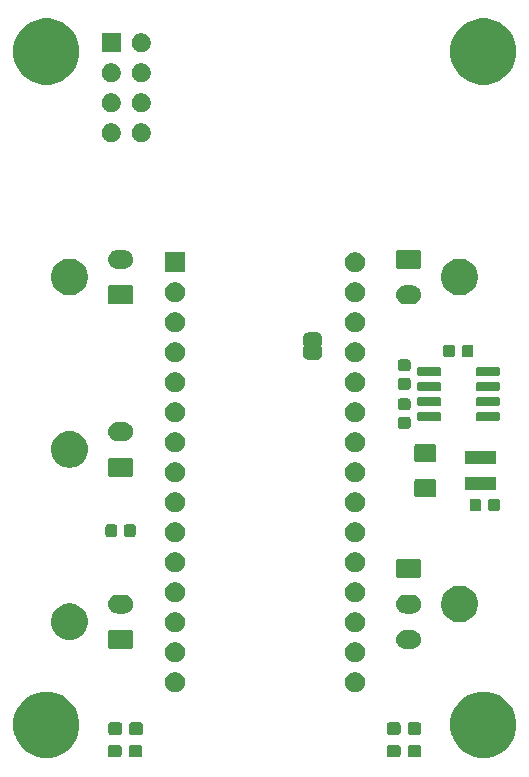
<source format=gbr>
G04 #@! TF.GenerationSoftware,KiCad,Pcbnew,(5.1.5)-3*
G04 #@! TF.CreationDate,2020-05-08T01:18:23-06:00*
G04 #@! TF.ProjectId,cap,6361702e-6b69-4636-9164-5f7063625858,rev?*
G04 #@! TF.SameCoordinates,Original*
G04 #@! TF.FileFunction,Soldermask,Top*
G04 #@! TF.FilePolarity,Negative*
%FSLAX46Y46*%
G04 Gerber Fmt 4.6, Leading zero omitted, Abs format (unit mm)*
G04 Created by KiCad (PCBNEW (5.1.5)-3) date 2020-05-08 01:18:23*
%MOMM*%
%LPD*%
G04 APERTURE LIST*
%ADD10C,0.100000*%
G04 APERTURE END LIST*
D10*
G36*
X151817021Y-103306640D02*
G01*
X152326769Y-103517785D01*
X152326771Y-103517786D01*
X152785534Y-103824321D01*
X153175679Y-104214466D01*
X153482214Y-104673229D01*
X153482215Y-104673231D01*
X153693360Y-105182979D01*
X153801000Y-105724124D01*
X153801000Y-106275876D01*
X153693360Y-106817021D01*
X153684692Y-106837947D01*
X153482214Y-107326771D01*
X153175679Y-107785534D01*
X152785534Y-108175679D01*
X152326771Y-108482214D01*
X152326770Y-108482215D01*
X152326769Y-108482215D01*
X151817021Y-108693360D01*
X151275876Y-108801000D01*
X150724124Y-108801000D01*
X150182979Y-108693360D01*
X149673231Y-108482215D01*
X149673230Y-108482215D01*
X149673229Y-108482214D01*
X149214466Y-108175679D01*
X148824321Y-107785534D01*
X148517786Y-107326771D01*
X148315308Y-106837947D01*
X148306640Y-106817021D01*
X148199000Y-106275876D01*
X148199000Y-105724124D01*
X148306640Y-105182979D01*
X148517785Y-104673231D01*
X148517786Y-104673229D01*
X148824321Y-104214466D01*
X149214466Y-103824321D01*
X149673229Y-103517786D01*
X149673231Y-103517785D01*
X150182979Y-103306640D01*
X150724124Y-103199000D01*
X151275876Y-103199000D01*
X151817021Y-103306640D01*
G37*
G36*
X114817021Y-103306640D02*
G01*
X115326769Y-103517785D01*
X115326771Y-103517786D01*
X115785534Y-103824321D01*
X116175679Y-104214466D01*
X116482214Y-104673229D01*
X116482215Y-104673231D01*
X116693360Y-105182979D01*
X116801000Y-105724124D01*
X116801000Y-106275876D01*
X116693360Y-106817021D01*
X116684692Y-106837947D01*
X116482214Y-107326771D01*
X116175679Y-107785534D01*
X115785534Y-108175679D01*
X115326771Y-108482214D01*
X115326770Y-108482215D01*
X115326769Y-108482215D01*
X114817021Y-108693360D01*
X114275876Y-108801000D01*
X113724124Y-108801000D01*
X113182979Y-108693360D01*
X112673231Y-108482215D01*
X112673230Y-108482215D01*
X112673229Y-108482214D01*
X112214466Y-108175679D01*
X111824321Y-107785534D01*
X111517786Y-107326771D01*
X111315308Y-106837947D01*
X111306640Y-106817021D01*
X111199000Y-106275876D01*
X111199000Y-105724124D01*
X111306640Y-105182979D01*
X111517785Y-104673231D01*
X111517786Y-104673229D01*
X111824321Y-104214466D01*
X112214466Y-103824321D01*
X112673229Y-103517786D01*
X112673231Y-103517785D01*
X113182979Y-103306640D01*
X113724124Y-103199000D01*
X114275876Y-103199000D01*
X114817021Y-103306640D01*
G37*
G36*
X143829499Y-107698445D02*
G01*
X143866995Y-107709820D01*
X143901554Y-107728292D01*
X143931847Y-107753153D01*
X143956708Y-107783446D01*
X143975180Y-107818005D01*
X143986555Y-107855501D01*
X143991000Y-107900638D01*
X143991000Y-108539362D01*
X143986555Y-108584499D01*
X143975180Y-108621995D01*
X143956708Y-108656554D01*
X143931847Y-108686847D01*
X143901554Y-108711708D01*
X143866995Y-108730180D01*
X143829499Y-108741555D01*
X143784362Y-108746000D01*
X143045638Y-108746000D01*
X143000501Y-108741555D01*
X142963005Y-108730180D01*
X142928446Y-108711708D01*
X142898153Y-108686847D01*
X142873292Y-108656554D01*
X142854820Y-108621995D01*
X142843445Y-108584499D01*
X142839000Y-108539362D01*
X142839000Y-107900638D01*
X142843445Y-107855501D01*
X142854820Y-107818005D01*
X142873292Y-107783446D01*
X142898153Y-107753153D01*
X142928446Y-107728292D01*
X142963005Y-107709820D01*
X143000501Y-107698445D01*
X143045638Y-107694000D01*
X143784362Y-107694000D01*
X143829499Y-107698445D01*
G37*
G36*
X145579499Y-107698445D02*
G01*
X145616995Y-107709820D01*
X145651554Y-107728292D01*
X145681847Y-107753153D01*
X145706708Y-107783446D01*
X145725180Y-107818005D01*
X145736555Y-107855501D01*
X145741000Y-107900638D01*
X145741000Y-108539362D01*
X145736555Y-108584499D01*
X145725180Y-108621995D01*
X145706708Y-108656554D01*
X145681847Y-108686847D01*
X145651554Y-108711708D01*
X145616995Y-108730180D01*
X145579499Y-108741555D01*
X145534362Y-108746000D01*
X144795638Y-108746000D01*
X144750501Y-108741555D01*
X144713005Y-108730180D01*
X144678446Y-108711708D01*
X144648153Y-108686847D01*
X144623292Y-108656554D01*
X144604820Y-108621995D01*
X144593445Y-108584499D01*
X144589000Y-108539362D01*
X144589000Y-107900638D01*
X144593445Y-107855501D01*
X144604820Y-107818005D01*
X144623292Y-107783446D01*
X144648153Y-107753153D01*
X144678446Y-107728292D01*
X144713005Y-107709820D01*
X144750501Y-107698445D01*
X144795638Y-107694000D01*
X145534362Y-107694000D01*
X145579499Y-107698445D01*
G37*
G36*
X121957499Y-107698445D02*
G01*
X121994995Y-107709820D01*
X122029554Y-107728292D01*
X122059847Y-107753153D01*
X122084708Y-107783446D01*
X122103180Y-107818005D01*
X122114555Y-107855501D01*
X122119000Y-107900638D01*
X122119000Y-108539362D01*
X122114555Y-108584499D01*
X122103180Y-108621995D01*
X122084708Y-108656554D01*
X122059847Y-108686847D01*
X122029554Y-108711708D01*
X121994995Y-108730180D01*
X121957499Y-108741555D01*
X121912362Y-108746000D01*
X121173638Y-108746000D01*
X121128501Y-108741555D01*
X121091005Y-108730180D01*
X121056446Y-108711708D01*
X121026153Y-108686847D01*
X121001292Y-108656554D01*
X120982820Y-108621995D01*
X120971445Y-108584499D01*
X120967000Y-108539362D01*
X120967000Y-107900638D01*
X120971445Y-107855501D01*
X120982820Y-107818005D01*
X121001292Y-107783446D01*
X121026153Y-107753153D01*
X121056446Y-107728292D01*
X121091005Y-107709820D01*
X121128501Y-107698445D01*
X121173638Y-107694000D01*
X121912362Y-107694000D01*
X121957499Y-107698445D01*
G37*
G36*
X120207499Y-107698445D02*
G01*
X120244995Y-107709820D01*
X120279554Y-107728292D01*
X120309847Y-107753153D01*
X120334708Y-107783446D01*
X120353180Y-107818005D01*
X120364555Y-107855501D01*
X120369000Y-107900638D01*
X120369000Y-108539362D01*
X120364555Y-108584499D01*
X120353180Y-108621995D01*
X120334708Y-108656554D01*
X120309847Y-108686847D01*
X120279554Y-108711708D01*
X120244995Y-108730180D01*
X120207499Y-108741555D01*
X120162362Y-108746000D01*
X119423638Y-108746000D01*
X119378501Y-108741555D01*
X119341005Y-108730180D01*
X119306446Y-108711708D01*
X119276153Y-108686847D01*
X119251292Y-108656554D01*
X119232820Y-108621995D01*
X119221445Y-108584499D01*
X119217000Y-108539362D01*
X119217000Y-107900638D01*
X119221445Y-107855501D01*
X119232820Y-107818005D01*
X119251292Y-107783446D01*
X119276153Y-107753153D01*
X119306446Y-107728292D01*
X119341005Y-107709820D01*
X119378501Y-107698445D01*
X119423638Y-107694000D01*
X120162362Y-107694000D01*
X120207499Y-107698445D01*
G37*
G36*
X120252499Y-105795445D02*
G01*
X120289995Y-105806820D01*
X120324554Y-105825292D01*
X120354847Y-105850153D01*
X120379708Y-105880446D01*
X120398180Y-105915005D01*
X120409555Y-105952501D01*
X120414000Y-105997638D01*
X120414000Y-106636362D01*
X120409555Y-106681499D01*
X120398180Y-106718995D01*
X120379708Y-106753554D01*
X120354847Y-106783847D01*
X120324554Y-106808708D01*
X120289995Y-106827180D01*
X120252499Y-106838555D01*
X120207362Y-106843000D01*
X119468638Y-106843000D01*
X119423501Y-106838555D01*
X119386005Y-106827180D01*
X119351446Y-106808708D01*
X119321153Y-106783847D01*
X119296292Y-106753554D01*
X119277820Y-106718995D01*
X119266445Y-106681499D01*
X119262000Y-106636362D01*
X119262000Y-105997638D01*
X119266445Y-105952501D01*
X119277820Y-105915005D01*
X119296292Y-105880446D01*
X119321153Y-105850153D01*
X119351446Y-105825292D01*
X119386005Y-105806820D01*
X119423501Y-105795445D01*
X119468638Y-105791000D01*
X120207362Y-105791000D01*
X120252499Y-105795445D01*
G37*
G36*
X122002499Y-105795445D02*
G01*
X122039995Y-105806820D01*
X122074554Y-105825292D01*
X122104847Y-105850153D01*
X122129708Y-105880446D01*
X122148180Y-105915005D01*
X122159555Y-105952501D01*
X122164000Y-105997638D01*
X122164000Y-106636362D01*
X122159555Y-106681499D01*
X122148180Y-106718995D01*
X122129708Y-106753554D01*
X122104847Y-106783847D01*
X122074554Y-106808708D01*
X122039995Y-106827180D01*
X122002499Y-106838555D01*
X121957362Y-106843000D01*
X121218638Y-106843000D01*
X121173501Y-106838555D01*
X121136005Y-106827180D01*
X121101446Y-106808708D01*
X121071153Y-106783847D01*
X121046292Y-106753554D01*
X121027820Y-106718995D01*
X121016445Y-106681499D01*
X121012000Y-106636362D01*
X121012000Y-105997638D01*
X121016445Y-105952501D01*
X121027820Y-105915005D01*
X121046292Y-105880446D01*
X121071153Y-105850153D01*
X121101446Y-105825292D01*
X121136005Y-105806820D01*
X121173501Y-105795445D01*
X121218638Y-105791000D01*
X121957362Y-105791000D01*
X122002499Y-105795445D01*
G37*
G36*
X143829499Y-105795445D02*
G01*
X143866995Y-105806820D01*
X143901554Y-105825292D01*
X143931847Y-105850153D01*
X143956708Y-105880446D01*
X143975180Y-105915005D01*
X143986555Y-105952501D01*
X143991000Y-105997638D01*
X143991000Y-106636362D01*
X143986555Y-106681499D01*
X143975180Y-106718995D01*
X143956708Y-106753554D01*
X143931847Y-106783847D01*
X143901554Y-106808708D01*
X143866995Y-106827180D01*
X143829499Y-106838555D01*
X143784362Y-106843000D01*
X143045638Y-106843000D01*
X143000501Y-106838555D01*
X142963005Y-106827180D01*
X142928446Y-106808708D01*
X142898153Y-106783847D01*
X142873292Y-106753554D01*
X142854820Y-106718995D01*
X142843445Y-106681499D01*
X142839000Y-106636362D01*
X142839000Y-105997638D01*
X142843445Y-105952501D01*
X142854820Y-105915005D01*
X142873292Y-105880446D01*
X142898153Y-105850153D01*
X142928446Y-105825292D01*
X142963005Y-105806820D01*
X143000501Y-105795445D01*
X143045638Y-105791000D01*
X143784362Y-105791000D01*
X143829499Y-105795445D01*
G37*
G36*
X145579499Y-105795445D02*
G01*
X145616995Y-105806820D01*
X145651554Y-105825292D01*
X145681847Y-105850153D01*
X145706708Y-105880446D01*
X145725180Y-105915005D01*
X145736555Y-105952501D01*
X145741000Y-105997638D01*
X145741000Y-106636362D01*
X145736555Y-106681499D01*
X145725180Y-106718995D01*
X145706708Y-106753554D01*
X145681847Y-106783847D01*
X145651554Y-106808708D01*
X145616995Y-106827180D01*
X145579499Y-106838555D01*
X145534362Y-106843000D01*
X144795638Y-106843000D01*
X144750501Y-106838555D01*
X144713005Y-106827180D01*
X144678446Y-106808708D01*
X144648153Y-106783847D01*
X144623292Y-106753554D01*
X144604820Y-106718995D01*
X144593445Y-106681499D01*
X144589000Y-106636362D01*
X144589000Y-105997638D01*
X144593445Y-105952501D01*
X144604820Y-105915005D01*
X144623292Y-105880446D01*
X144648153Y-105850153D01*
X144678446Y-105825292D01*
X144713005Y-105806820D01*
X144750501Y-105795445D01*
X144795638Y-105791000D01*
X145534362Y-105791000D01*
X145579499Y-105795445D01*
G37*
G36*
X125138228Y-101571703D02*
G01*
X125293100Y-101635853D01*
X125432481Y-101728985D01*
X125551015Y-101847519D01*
X125644147Y-101986900D01*
X125708297Y-102141772D01*
X125741000Y-102306184D01*
X125741000Y-102473816D01*
X125708297Y-102638228D01*
X125644147Y-102793100D01*
X125551015Y-102932481D01*
X125432481Y-103051015D01*
X125293100Y-103144147D01*
X125138228Y-103208297D01*
X124973816Y-103241000D01*
X124806184Y-103241000D01*
X124641772Y-103208297D01*
X124486900Y-103144147D01*
X124347519Y-103051015D01*
X124228985Y-102932481D01*
X124135853Y-102793100D01*
X124071703Y-102638228D01*
X124039000Y-102473816D01*
X124039000Y-102306184D01*
X124071703Y-102141772D01*
X124135853Y-101986900D01*
X124228985Y-101847519D01*
X124347519Y-101728985D01*
X124486900Y-101635853D01*
X124641772Y-101571703D01*
X124806184Y-101539000D01*
X124973816Y-101539000D01*
X125138228Y-101571703D01*
G37*
G36*
X140378228Y-101571703D02*
G01*
X140533100Y-101635853D01*
X140672481Y-101728985D01*
X140791015Y-101847519D01*
X140884147Y-101986900D01*
X140948297Y-102141772D01*
X140981000Y-102306184D01*
X140981000Y-102473816D01*
X140948297Y-102638228D01*
X140884147Y-102793100D01*
X140791015Y-102932481D01*
X140672481Y-103051015D01*
X140533100Y-103144147D01*
X140378228Y-103208297D01*
X140213816Y-103241000D01*
X140046184Y-103241000D01*
X139881772Y-103208297D01*
X139726900Y-103144147D01*
X139587519Y-103051015D01*
X139468985Y-102932481D01*
X139375853Y-102793100D01*
X139311703Y-102638228D01*
X139279000Y-102473816D01*
X139279000Y-102306184D01*
X139311703Y-102141772D01*
X139375853Y-101986900D01*
X139468985Y-101847519D01*
X139587519Y-101728985D01*
X139726900Y-101635853D01*
X139881772Y-101571703D01*
X140046184Y-101539000D01*
X140213816Y-101539000D01*
X140378228Y-101571703D01*
G37*
G36*
X125138228Y-99031703D02*
G01*
X125293100Y-99095853D01*
X125432481Y-99188985D01*
X125551015Y-99307519D01*
X125644147Y-99446900D01*
X125708297Y-99601772D01*
X125741000Y-99766184D01*
X125741000Y-99933816D01*
X125708297Y-100098228D01*
X125644147Y-100253100D01*
X125551015Y-100392481D01*
X125432481Y-100511015D01*
X125293100Y-100604147D01*
X125138228Y-100668297D01*
X124973816Y-100701000D01*
X124806184Y-100701000D01*
X124641772Y-100668297D01*
X124486900Y-100604147D01*
X124347519Y-100511015D01*
X124228985Y-100392481D01*
X124135853Y-100253100D01*
X124071703Y-100098228D01*
X124039000Y-99933816D01*
X124039000Y-99766184D01*
X124071703Y-99601772D01*
X124135853Y-99446900D01*
X124228985Y-99307519D01*
X124347519Y-99188985D01*
X124486900Y-99095853D01*
X124641772Y-99031703D01*
X124806184Y-98999000D01*
X124973816Y-98999000D01*
X125138228Y-99031703D01*
G37*
G36*
X140378228Y-99031703D02*
G01*
X140533100Y-99095853D01*
X140672481Y-99188985D01*
X140791015Y-99307519D01*
X140884147Y-99446900D01*
X140948297Y-99601772D01*
X140981000Y-99766184D01*
X140981000Y-99933816D01*
X140948297Y-100098228D01*
X140884147Y-100253100D01*
X140791015Y-100392481D01*
X140672481Y-100511015D01*
X140533100Y-100604147D01*
X140378228Y-100668297D01*
X140213816Y-100701000D01*
X140046184Y-100701000D01*
X139881772Y-100668297D01*
X139726900Y-100604147D01*
X139587519Y-100511015D01*
X139468985Y-100392481D01*
X139375853Y-100253100D01*
X139311703Y-100098228D01*
X139279000Y-99933816D01*
X139279000Y-99766184D01*
X139311703Y-99601772D01*
X139375853Y-99446900D01*
X139468985Y-99307519D01*
X139587519Y-99188985D01*
X139726900Y-99095853D01*
X139881772Y-99031703D01*
X140046184Y-98999000D01*
X140213816Y-98999000D01*
X140378228Y-99031703D01*
G37*
G36*
X145009571Y-97978863D02*
G01*
X145088023Y-97986590D01*
X145167417Y-98010674D01*
X145239013Y-98032392D01*
X145378165Y-98106771D01*
X145500133Y-98206867D01*
X145600229Y-98328835D01*
X145674608Y-98467987D01*
X145678477Y-98480741D01*
X145720410Y-98618977D01*
X145735875Y-98776000D01*
X145720410Y-98933023D01*
X145700396Y-98999000D01*
X145674608Y-99084013D01*
X145600229Y-99223165D01*
X145500133Y-99345133D01*
X145378165Y-99445229D01*
X145239013Y-99519608D01*
X145188682Y-99534875D01*
X145088023Y-99565410D01*
X145022432Y-99571870D01*
X144970346Y-99577000D01*
X144371654Y-99577000D01*
X144319568Y-99571870D01*
X144253977Y-99565410D01*
X144153318Y-99534875D01*
X144102987Y-99519608D01*
X143963835Y-99445229D01*
X143841867Y-99345133D01*
X143741771Y-99223165D01*
X143667392Y-99084013D01*
X143641604Y-98999000D01*
X143621590Y-98933023D01*
X143606125Y-98776000D01*
X143621590Y-98618977D01*
X143663523Y-98480741D01*
X143667392Y-98467987D01*
X143741771Y-98328835D01*
X143841867Y-98206867D01*
X143963835Y-98106771D01*
X144102987Y-98032392D01*
X144174583Y-98010674D01*
X144253977Y-97986590D01*
X144332429Y-97978863D01*
X144371654Y-97975000D01*
X144970346Y-97975000D01*
X145009571Y-97978863D01*
G37*
G36*
X121200048Y-97979122D02*
G01*
X121234387Y-97989539D01*
X121266036Y-98006456D01*
X121293778Y-98029222D01*
X121316544Y-98056964D01*
X121333461Y-98088613D01*
X121343878Y-98122952D01*
X121348000Y-98164807D01*
X121348000Y-99387193D01*
X121343878Y-99429048D01*
X121333461Y-99463387D01*
X121316544Y-99495036D01*
X121293778Y-99522778D01*
X121266036Y-99545544D01*
X121234387Y-99562461D01*
X121200048Y-99572878D01*
X121158193Y-99577000D01*
X119415807Y-99577000D01*
X119373952Y-99572878D01*
X119339613Y-99562461D01*
X119307964Y-99545544D01*
X119280222Y-99522778D01*
X119257456Y-99495036D01*
X119240539Y-99463387D01*
X119230122Y-99429048D01*
X119226000Y-99387193D01*
X119226000Y-98164807D01*
X119230122Y-98122952D01*
X119240539Y-98088613D01*
X119257456Y-98056964D01*
X119280222Y-98029222D01*
X119307964Y-98006456D01*
X119339613Y-97989539D01*
X119373952Y-97979122D01*
X119415807Y-97975000D01*
X121158193Y-97975000D01*
X121200048Y-97979122D01*
G37*
G36*
X116269585Y-95754802D02*
G01*
X116419410Y-95784604D01*
X116701674Y-95901521D01*
X116955705Y-96071259D01*
X117171741Y-96287295D01*
X117341479Y-96541326D01*
X117458396Y-96823590D01*
X117518000Y-97123240D01*
X117518000Y-97428760D01*
X117458396Y-97728410D01*
X117341479Y-98010674D01*
X117171741Y-98264705D01*
X116955705Y-98480741D01*
X116701674Y-98650479D01*
X116419410Y-98767396D01*
X116269585Y-98797198D01*
X116119761Y-98827000D01*
X115814239Y-98827000D01*
X115664415Y-98797198D01*
X115514590Y-98767396D01*
X115232326Y-98650479D01*
X114978295Y-98480741D01*
X114762259Y-98264705D01*
X114592521Y-98010674D01*
X114475604Y-97728410D01*
X114416000Y-97428760D01*
X114416000Y-97123240D01*
X114475604Y-96823590D01*
X114592521Y-96541326D01*
X114762259Y-96287295D01*
X114978295Y-96071259D01*
X115232326Y-95901521D01*
X115514590Y-95784604D01*
X115664415Y-95754802D01*
X115814239Y-95725000D01*
X116119761Y-95725000D01*
X116269585Y-95754802D01*
G37*
G36*
X140378228Y-96491703D02*
G01*
X140533100Y-96555853D01*
X140672481Y-96648985D01*
X140791015Y-96767519D01*
X140884147Y-96906900D01*
X140948297Y-97061772D01*
X140981000Y-97226184D01*
X140981000Y-97393816D01*
X140948297Y-97558228D01*
X140884147Y-97713100D01*
X140791015Y-97852481D01*
X140672481Y-97971015D01*
X140533100Y-98064147D01*
X140378228Y-98128297D01*
X140213816Y-98161000D01*
X140046184Y-98161000D01*
X139881772Y-98128297D01*
X139726900Y-98064147D01*
X139587519Y-97971015D01*
X139468985Y-97852481D01*
X139375853Y-97713100D01*
X139311703Y-97558228D01*
X139279000Y-97393816D01*
X139279000Y-97226184D01*
X139311703Y-97061772D01*
X139375853Y-96906900D01*
X139468985Y-96767519D01*
X139587519Y-96648985D01*
X139726900Y-96555853D01*
X139881772Y-96491703D01*
X140046184Y-96459000D01*
X140213816Y-96459000D01*
X140378228Y-96491703D01*
G37*
G36*
X125138228Y-96491703D02*
G01*
X125293100Y-96555853D01*
X125432481Y-96648985D01*
X125551015Y-96767519D01*
X125644147Y-96906900D01*
X125708297Y-97061772D01*
X125741000Y-97226184D01*
X125741000Y-97393816D01*
X125708297Y-97558228D01*
X125644147Y-97713100D01*
X125551015Y-97852481D01*
X125432481Y-97971015D01*
X125293100Y-98064147D01*
X125138228Y-98128297D01*
X124973816Y-98161000D01*
X124806184Y-98161000D01*
X124641772Y-98128297D01*
X124486900Y-98064147D01*
X124347519Y-97971015D01*
X124228985Y-97852481D01*
X124135853Y-97713100D01*
X124071703Y-97558228D01*
X124039000Y-97393816D01*
X124039000Y-97226184D01*
X124071703Y-97061772D01*
X124135853Y-96906900D01*
X124228985Y-96767519D01*
X124347519Y-96648985D01*
X124486900Y-96555853D01*
X124641772Y-96491703D01*
X124806184Y-96459000D01*
X124973816Y-96459000D01*
X125138228Y-96491703D01*
G37*
G36*
X149293585Y-94254802D02*
G01*
X149443410Y-94284604D01*
X149725674Y-94401521D01*
X149979705Y-94571259D01*
X150195741Y-94787295D01*
X150365479Y-95041326D01*
X150482396Y-95323590D01*
X150512198Y-95473415D01*
X150542000Y-95623239D01*
X150542000Y-95928761D01*
X150541152Y-95933023D01*
X150482396Y-96228410D01*
X150365479Y-96510674D01*
X150195741Y-96764705D01*
X149979705Y-96980741D01*
X149725674Y-97150479D01*
X149443410Y-97267396D01*
X149293585Y-97297198D01*
X149143761Y-97327000D01*
X148838239Y-97327000D01*
X148688415Y-97297198D01*
X148538590Y-97267396D01*
X148256326Y-97150479D01*
X148002295Y-96980741D01*
X147786259Y-96764705D01*
X147616521Y-96510674D01*
X147499604Y-96228410D01*
X147440848Y-95933023D01*
X147440000Y-95928761D01*
X147440000Y-95623239D01*
X147469802Y-95473415D01*
X147499604Y-95323590D01*
X147616521Y-95041326D01*
X147786259Y-94787295D01*
X148002295Y-94571259D01*
X148256326Y-94401521D01*
X148538590Y-94284604D01*
X148688415Y-94254802D01*
X148838239Y-94225000D01*
X149143761Y-94225000D01*
X149293585Y-94254802D01*
G37*
G36*
X145009571Y-94978863D02*
G01*
X145088023Y-94986590D01*
X145188682Y-95017125D01*
X145239013Y-95032392D01*
X145378165Y-95106771D01*
X145500133Y-95206867D01*
X145600229Y-95328835D01*
X145674608Y-95467987D01*
X145674608Y-95467988D01*
X145720410Y-95618977D01*
X145735875Y-95776000D01*
X145720410Y-95933023D01*
X145689875Y-96033682D01*
X145674608Y-96084013D01*
X145600229Y-96223165D01*
X145500133Y-96345133D01*
X145378165Y-96445229D01*
X145239013Y-96519608D01*
X145188682Y-96534875D01*
X145088023Y-96565410D01*
X145009571Y-96573137D01*
X144970346Y-96577000D01*
X144371654Y-96577000D01*
X144332429Y-96573137D01*
X144253977Y-96565410D01*
X144153318Y-96534875D01*
X144102987Y-96519608D01*
X143963835Y-96445229D01*
X143841867Y-96345133D01*
X143741771Y-96223165D01*
X143667392Y-96084013D01*
X143652125Y-96033682D01*
X143621590Y-95933023D01*
X143606125Y-95776000D01*
X143621590Y-95618977D01*
X143667392Y-95467988D01*
X143667392Y-95467987D01*
X143741771Y-95328835D01*
X143841867Y-95206867D01*
X143963835Y-95106771D01*
X144102987Y-95032392D01*
X144153318Y-95017125D01*
X144253977Y-94986590D01*
X144332429Y-94978863D01*
X144371654Y-94975000D01*
X144970346Y-94975000D01*
X145009571Y-94978863D01*
G37*
G36*
X120625571Y-94978863D02*
G01*
X120704023Y-94986590D01*
X120804682Y-95017125D01*
X120855013Y-95032392D01*
X120994165Y-95106771D01*
X121116133Y-95206867D01*
X121216229Y-95328835D01*
X121290608Y-95467987D01*
X121290608Y-95467988D01*
X121336410Y-95618977D01*
X121351875Y-95776000D01*
X121336410Y-95933023D01*
X121305875Y-96033682D01*
X121290608Y-96084013D01*
X121216229Y-96223165D01*
X121116133Y-96345133D01*
X120994165Y-96445229D01*
X120855013Y-96519608D01*
X120804682Y-96534875D01*
X120704023Y-96565410D01*
X120625571Y-96573137D01*
X120586346Y-96577000D01*
X119987654Y-96577000D01*
X119948429Y-96573137D01*
X119869977Y-96565410D01*
X119769318Y-96534875D01*
X119718987Y-96519608D01*
X119579835Y-96445229D01*
X119457867Y-96345133D01*
X119357771Y-96223165D01*
X119283392Y-96084013D01*
X119268125Y-96033682D01*
X119237590Y-95933023D01*
X119222125Y-95776000D01*
X119237590Y-95618977D01*
X119283392Y-95467988D01*
X119283392Y-95467987D01*
X119357771Y-95328835D01*
X119457867Y-95206867D01*
X119579835Y-95106771D01*
X119718987Y-95032392D01*
X119769318Y-95017125D01*
X119869977Y-94986590D01*
X119948429Y-94978863D01*
X119987654Y-94975000D01*
X120586346Y-94975000D01*
X120625571Y-94978863D01*
G37*
G36*
X125138228Y-93951703D02*
G01*
X125293100Y-94015853D01*
X125432481Y-94108985D01*
X125551015Y-94227519D01*
X125644147Y-94366900D01*
X125708297Y-94521772D01*
X125741000Y-94686184D01*
X125741000Y-94853816D01*
X125708297Y-95018228D01*
X125644147Y-95173100D01*
X125551015Y-95312481D01*
X125432481Y-95431015D01*
X125293100Y-95524147D01*
X125138228Y-95588297D01*
X124973816Y-95621000D01*
X124806184Y-95621000D01*
X124641772Y-95588297D01*
X124486900Y-95524147D01*
X124347519Y-95431015D01*
X124228985Y-95312481D01*
X124135853Y-95173100D01*
X124071703Y-95018228D01*
X124039000Y-94853816D01*
X124039000Y-94686184D01*
X124071703Y-94521772D01*
X124135853Y-94366900D01*
X124228985Y-94227519D01*
X124347519Y-94108985D01*
X124486900Y-94015853D01*
X124641772Y-93951703D01*
X124806184Y-93919000D01*
X124973816Y-93919000D01*
X125138228Y-93951703D01*
G37*
G36*
X140378228Y-93951703D02*
G01*
X140533100Y-94015853D01*
X140672481Y-94108985D01*
X140791015Y-94227519D01*
X140884147Y-94366900D01*
X140948297Y-94521772D01*
X140981000Y-94686184D01*
X140981000Y-94853816D01*
X140948297Y-95018228D01*
X140884147Y-95173100D01*
X140791015Y-95312481D01*
X140672481Y-95431015D01*
X140533100Y-95524147D01*
X140378228Y-95588297D01*
X140213816Y-95621000D01*
X140046184Y-95621000D01*
X139881772Y-95588297D01*
X139726900Y-95524147D01*
X139587519Y-95431015D01*
X139468985Y-95312481D01*
X139375853Y-95173100D01*
X139311703Y-95018228D01*
X139279000Y-94853816D01*
X139279000Y-94686184D01*
X139311703Y-94521772D01*
X139375853Y-94366900D01*
X139468985Y-94227519D01*
X139587519Y-94108985D01*
X139726900Y-94015853D01*
X139881772Y-93951703D01*
X140046184Y-93919000D01*
X140213816Y-93919000D01*
X140378228Y-93951703D01*
G37*
G36*
X145584048Y-91979122D02*
G01*
X145618387Y-91989539D01*
X145650036Y-92006456D01*
X145677778Y-92029222D01*
X145700544Y-92056964D01*
X145717461Y-92088613D01*
X145727878Y-92122952D01*
X145732000Y-92164807D01*
X145732000Y-93387193D01*
X145727878Y-93429048D01*
X145717461Y-93463387D01*
X145700544Y-93495036D01*
X145677778Y-93522778D01*
X145650036Y-93545544D01*
X145618387Y-93562461D01*
X145584048Y-93572878D01*
X145542193Y-93577000D01*
X143799807Y-93577000D01*
X143757952Y-93572878D01*
X143723613Y-93562461D01*
X143691964Y-93545544D01*
X143664222Y-93522778D01*
X143641456Y-93495036D01*
X143624539Y-93463387D01*
X143614122Y-93429048D01*
X143610000Y-93387193D01*
X143610000Y-92164807D01*
X143614122Y-92122952D01*
X143624539Y-92088613D01*
X143641456Y-92056964D01*
X143664222Y-92029222D01*
X143691964Y-92006456D01*
X143723613Y-91989539D01*
X143757952Y-91979122D01*
X143799807Y-91975000D01*
X145542193Y-91975000D01*
X145584048Y-91979122D01*
G37*
G36*
X140378228Y-91411703D02*
G01*
X140533100Y-91475853D01*
X140672481Y-91568985D01*
X140791015Y-91687519D01*
X140884147Y-91826900D01*
X140948297Y-91981772D01*
X140981000Y-92146184D01*
X140981000Y-92313816D01*
X140948297Y-92478228D01*
X140884147Y-92633100D01*
X140791015Y-92772481D01*
X140672481Y-92891015D01*
X140533100Y-92984147D01*
X140378228Y-93048297D01*
X140213816Y-93081000D01*
X140046184Y-93081000D01*
X139881772Y-93048297D01*
X139726900Y-92984147D01*
X139587519Y-92891015D01*
X139468985Y-92772481D01*
X139375853Y-92633100D01*
X139311703Y-92478228D01*
X139279000Y-92313816D01*
X139279000Y-92146184D01*
X139311703Y-91981772D01*
X139375853Y-91826900D01*
X139468985Y-91687519D01*
X139587519Y-91568985D01*
X139726900Y-91475853D01*
X139881772Y-91411703D01*
X140046184Y-91379000D01*
X140213816Y-91379000D01*
X140378228Y-91411703D01*
G37*
G36*
X125138228Y-91411703D02*
G01*
X125293100Y-91475853D01*
X125432481Y-91568985D01*
X125551015Y-91687519D01*
X125644147Y-91826900D01*
X125708297Y-91981772D01*
X125741000Y-92146184D01*
X125741000Y-92313816D01*
X125708297Y-92478228D01*
X125644147Y-92633100D01*
X125551015Y-92772481D01*
X125432481Y-92891015D01*
X125293100Y-92984147D01*
X125138228Y-93048297D01*
X124973816Y-93081000D01*
X124806184Y-93081000D01*
X124641772Y-93048297D01*
X124486900Y-92984147D01*
X124347519Y-92891015D01*
X124228985Y-92772481D01*
X124135853Y-92633100D01*
X124071703Y-92478228D01*
X124039000Y-92313816D01*
X124039000Y-92146184D01*
X124071703Y-91981772D01*
X124135853Y-91826900D01*
X124228985Y-91687519D01*
X124347519Y-91568985D01*
X124486900Y-91475853D01*
X124641772Y-91411703D01*
X124806184Y-91379000D01*
X124973816Y-91379000D01*
X125138228Y-91411703D01*
G37*
G36*
X125138228Y-88871703D02*
G01*
X125293100Y-88935853D01*
X125432481Y-89028985D01*
X125551015Y-89147519D01*
X125644147Y-89286900D01*
X125708297Y-89441772D01*
X125741000Y-89606184D01*
X125741000Y-89773816D01*
X125708297Y-89938228D01*
X125644147Y-90093100D01*
X125551015Y-90232481D01*
X125432481Y-90351015D01*
X125293100Y-90444147D01*
X125138228Y-90508297D01*
X124973816Y-90541000D01*
X124806184Y-90541000D01*
X124641772Y-90508297D01*
X124486900Y-90444147D01*
X124347519Y-90351015D01*
X124228985Y-90232481D01*
X124135853Y-90093100D01*
X124071703Y-89938228D01*
X124039000Y-89773816D01*
X124039000Y-89606184D01*
X124071703Y-89441772D01*
X124135853Y-89286900D01*
X124228985Y-89147519D01*
X124347519Y-89028985D01*
X124486900Y-88935853D01*
X124641772Y-88871703D01*
X124806184Y-88839000D01*
X124973816Y-88839000D01*
X125138228Y-88871703D01*
G37*
G36*
X140378228Y-88871703D02*
G01*
X140533100Y-88935853D01*
X140672481Y-89028985D01*
X140791015Y-89147519D01*
X140884147Y-89286900D01*
X140948297Y-89441772D01*
X140981000Y-89606184D01*
X140981000Y-89773816D01*
X140948297Y-89938228D01*
X140884147Y-90093100D01*
X140791015Y-90232481D01*
X140672481Y-90351015D01*
X140533100Y-90444147D01*
X140378228Y-90508297D01*
X140213816Y-90541000D01*
X140046184Y-90541000D01*
X139881772Y-90508297D01*
X139726900Y-90444147D01*
X139587519Y-90351015D01*
X139468985Y-90232481D01*
X139375853Y-90093100D01*
X139311703Y-89938228D01*
X139279000Y-89773816D01*
X139279000Y-89606184D01*
X139311703Y-89441772D01*
X139375853Y-89286900D01*
X139468985Y-89147519D01*
X139587519Y-89028985D01*
X139726900Y-88935853D01*
X139881772Y-88871703D01*
X140046184Y-88839000D01*
X140213816Y-88839000D01*
X140378228Y-88871703D01*
G37*
G36*
X121416591Y-89031085D02*
G01*
X121450569Y-89041393D01*
X121481890Y-89058134D01*
X121509339Y-89080661D01*
X121531866Y-89108110D01*
X121548607Y-89139431D01*
X121558915Y-89173409D01*
X121563000Y-89214890D01*
X121563000Y-89891110D01*
X121558915Y-89932591D01*
X121548607Y-89966569D01*
X121531866Y-89997890D01*
X121509339Y-90025339D01*
X121481890Y-90047866D01*
X121450569Y-90064607D01*
X121416591Y-90074915D01*
X121375110Y-90079000D01*
X120773890Y-90079000D01*
X120732409Y-90074915D01*
X120698431Y-90064607D01*
X120667110Y-90047866D01*
X120639661Y-90025339D01*
X120617134Y-89997890D01*
X120600393Y-89966569D01*
X120590085Y-89932591D01*
X120586000Y-89891110D01*
X120586000Y-89214890D01*
X120590085Y-89173409D01*
X120600393Y-89139431D01*
X120617134Y-89108110D01*
X120639661Y-89080661D01*
X120667110Y-89058134D01*
X120698431Y-89041393D01*
X120732409Y-89031085D01*
X120773890Y-89027000D01*
X121375110Y-89027000D01*
X121416591Y-89031085D01*
G37*
G36*
X119841591Y-89031085D02*
G01*
X119875569Y-89041393D01*
X119906890Y-89058134D01*
X119934339Y-89080661D01*
X119956866Y-89108110D01*
X119973607Y-89139431D01*
X119983915Y-89173409D01*
X119988000Y-89214890D01*
X119988000Y-89891110D01*
X119983915Y-89932591D01*
X119973607Y-89966569D01*
X119956866Y-89997890D01*
X119934339Y-90025339D01*
X119906890Y-90047866D01*
X119875569Y-90064607D01*
X119841591Y-90074915D01*
X119800110Y-90079000D01*
X119198890Y-90079000D01*
X119157409Y-90074915D01*
X119123431Y-90064607D01*
X119092110Y-90047866D01*
X119064661Y-90025339D01*
X119042134Y-89997890D01*
X119025393Y-89966569D01*
X119015085Y-89932591D01*
X119011000Y-89891110D01*
X119011000Y-89214890D01*
X119015085Y-89173409D01*
X119025393Y-89139431D01*
X119042134Y-89108110D01*
X119064661Y-89080661D01*
X119092110Y-89058134D01*
X119123431Y-89041393D01*
X119157409Y-89031085D01*
X119198890Y-89027000D01*
X119800110Y-89027000D01*
X119841591Y-89031085D01*
G37*
G36*
X140378228Y-86331703D02*
G01*
X140533100Y-86395853D01*
X140672481Y-86488985D01*
X140791015Y-86607519D01*
X140884147Y-86746900D01*
X140948297Y-86901772D01*
X140981000Y-87066184D01*
X140981000Y-87233816D01*
X140948297Y-87398228D01*
X140884147Y-87553100D01*
X140791015Y-87692481D01*
X140672481Y-87811015D01*
X140533100Y-87904147D01*
X140378228Y-87968297D01*
X140213816Y-88001000D01*
X140046184Y-88001000D01*
X139881772Y-87968297D01*
X139726900Y-87904147D01*
X139587519Y-87811015D01*
X139468985Y-87692481D01*
X139375853Y-87553100D01*
X139311703Y-87398228D01*
X139279000Y-87233816D01*
X139279000Y-87066184D01*
X139311703Y-86901772D01*
X139375853Y-86746900D01*
X139468985Y-86607519D01*
X139587519Y-86488985D01*
X139726900Y-86395853D01*
X139881772Y-86331703D01*
X140046184Y-86299000D01*
X140213816Y-86299000D01*
X140378228Y-86331703D01*
G37*
G36*
X125138228Y-86331703D02*
G01*
X125293100Y-86395853D01*
X125432481Y-86488985D01*
X125551015Y-86607519D01*
X125644147Y-86746900D01*
X125708297Y-86901772D01*
X125741000Y-87066184D01*
X125741000Y-87233816D01*
X125708297Y-87398228D01*
X125644147Y-87553100D01*
X125551015Y-87692481D01*
X125432481Y-87811015D01*
X125293100Y-87904147D01*
X125138228Y-87968297D01*
X124973816Y-88001000D01*
X124806184Y-88001000D01*
X124641772Y-87968297D01*
X124486900Y-87904147D01*
X124347519Y-87811015D01*
X124228985Y-87692481D01*
X124135853Y-87553100D01*
X124071703Y-87398228D01*
X124039000Y-87233816D01*
X124039000Y-87066184D01*
X124071703Y-86901772D01*
X124135853Y-86746900D01*
X124228985Y-86607519D01*
X124347519Y-86488985D01*
X124486900Y-86395853D01*
X124641772Y-86331703D01*
X124806184Y-86299000D01*
X124973816Y-86299000D01*
X125138228Y-86331703D01*
G37*
G36*
X150665591Y-86872085D02*
G01*
X150699569Y-86882393D01*
X150730890Y-86899134D01*
X150758339Y-86921661D01*
X150780866Y-86949110D01*
X150797607Y-86980431D01*
X150807915Y-87014409D01*
X150812000Y-87055890D01*
X150812000Y-87732110D01*
X150807915Y-87773591D01*
X150797607Y-87807569D01*
X150780866Y-87838890D01*
X150758339Y-87866339D01*
X150730890Y-87888866D01*
X150699569Y-87905607D01*
X150665591Y-87915915D01*
X150624110Y-87920000D01*
X150022890Y-87920000D01*
X149981409Y-87915915D01*
X149947431Y-87905607D01*
X149916110Y-87888866D01*
X149888661Y-87866339D01*
X149866134Y-87838890D01*
X149849393Y-87807569D01*
X149839085Y-87773591D01*
X149835000Y-87732110D01*
X149835000Y-87055890D01*
X149839085Y-87014409D01*
X149849393Y-86980431D01*
X149866134Y-86949110D01*
X149888661Y-86921661D01*
X149916110Y-86899134D01*
X149947431Y-86882393D01*
X149981409Y-86872085D01*
X150022890Y-86868000D01*
X150624110Y-86868000D01*
X150665591Y-86872085D01*
G37*
G36*
X152240591Y-86872085D02*
G01*
X152274569Y-86882393D01*
X152305890Y-86899134D01*
X152333339Y-86921661D01*
X152355866Y-86949110D01*
X152372607Y-86980431D01*
X152382915Y-87014409D01*
X152387000Y-87055890D01*
X152387000Y-87732110D01*
X152382915Y-87773591D01*
X152372607Y-87807569D01*
X152355866Y-87838890D01*
X152333339Y-87866339D01*
X152305890Y-87888866D01*
X152274569Y-87905607D01*
X152240591Y-87915915D01*
X152199110Y-87920000D01*
X151597890Y-87920000D01*
X151556409Y-87915915D01*
X151522431Y-87905607D01*
X151491110Y-87888866D01*
X151463661Y-87866339D01*
X151441134Y-87838890D01*
X151424393Y-87807569D01*
X151414085Y-87773591D01*
X151410000Y-87732110D01*
X151410000Y-87055890D01*
X151414085Y-87014409D01*
X151424393Y-86980431D01*
X151441134Y-86949110D01*
X151463661Y-86921661D01*
X151491110Y-86899134D01*
X151522431Y-86882393D01*
X151556409Y-86872085D01*
X151597890Y-86868000D01*
X152199110Y-86868000D01*
X152240591Y-86872085D01*
G37*
G36*
X146867562Y-85201181D02*
G01*
X146902481Y-85211774D01*
X146934663Y-85228976D01*
X146962873Y-85252127D01*
X146986024Y-85280337D01*
X147003226Y-85312519D01*
X147013819Y-85347438D01*
X147018000Y-85389895D01*
X147018000Y-86531105D01*
X147013819Y-86573562D01*
X147003226Y-86608481D01*
X146986024Y-86640663D01*
X146962873Y-86668873D01*
X146934663Y-86692024D01*
X146902481Y-86709226D01*
X146867562Y-86719819D01*
X146825105Y-86724000D01*
X145358895Y-86724000D01*
X145316438Y-86719819D01*
X145281519Y-86709226D01*
X145249337Y-86692024D01*
X145221127Y-86668873D01*
X145197976Y-86640663D01*
X145180774Y-86608481D01*
X145170181Y-86573562D01*
X145166000Y-86531105D01*
X145166000Y-85389895D01*
X145170181Y-85347438D01*
X145180774Y-85312519D01*
X145197976Y-85280337D01*
X145221127Y-85252127D01*
X145249337Y-85228976D01*
X145281519Y-85211774D01*
X145316438Y-85201181D01*
X145358895Y-85197000D01*
X146825105Y-85197000D01*
X146867562Y-85201181D01*
G37*
G36*
X152117000Y-86154000D02*
G01*
X149465000Y-86154000D01*
X149465000Y-84992000D01*
X152117000Y-84992000D01*
X152117000Y-86154000D01*
G37*
G36*
X125138228Y-83791703D02*
G01*
X125293100Y-83855853D01*
X125432481Y-83948985D01*
X125551015Y-84067519D01*
X125644147Y-84206900D01*
X125708297Y-84361772D01*
X125741000Y-84526184D01*
X125741000Y-84693816D01*
X125708297Y-84858228D01*
X125644147Y-85013100D01*
X125551015Y-85152481D01*
X125432481Y-85271015D01*
X125293100Y-85364147D01*
X125138228Y-85428297D01*
X124973816Y-85461000D01*
X124806184Y-85461000D01*
X124641772Y-85428297D01*
X124486900Y-85364147D01*
X124347519Y-85271015D01*
X124228985Y-85152481D01*
X124135853Y-85013100D01*
X124071703Y-84858228D01*
X124039000Y-84693816D01*
X124039000Y-84526184D01*
X124071703Y-84361772D01*
X124135853Y-84206900D01*
X124228985Y-84067519D01*
X124347519Y-83948985D01*
X124486900Y-83855853D01*
X124641772Y-83791703D01*
X124806184Y-83759000D01*
X124973816Y-83759000D01*
X125138228Y-83791703D01*
G37*
G36*
X140378228Y-83791703D02*
G01*
X140533100Y-83855853D01*
X140672481Y-83948985D01*
X140791015Y-84067519D01*
X140884147Y-84206900D01*
X140948297Y-84361772D01*
X140981000Y-84526184D01*
X140981000Y-84693816D01*
X140948297Y-84858228D01*
X140884147Y-85013100D01*
X140791015Y-85152481D01*
X140672481Y-85271015D01*
X140533100Y-85364147D01*
X140378228Y-85428297D01*
X140213816Y-85461000D01*
X140046184Y-85461000D01*
X139881772Y-85428297D01*
X139726900Y-85364147D01*
X139587519Y-85271015D01*
X139468985Y-85152481D01*
X139375853Y-85013100D01*
X139311703Y-84858228D01*
X139279000Y-84693816D01*
X139279000Y-84526184D01*
X139311703Y-84361772D01*
X139375853Y-84206900D01*
X139468985Y-84067519D01*
X139587519Y-83948985D01*
X139726900Y-83855853D01*
X139881772Y-83791703D01*
X140046184Y-83759000D01*
X140213816Y-83759000D01*
X140378228Y-83791703D01*
G37*
G36*
X121200048Y-83386122D02*
G01*
X121234387Y-83396539D01*
X121266036Y-83413456D01*
X121293778Y-83436222D01*
X121316544Y-83463964D01*
X121333461Y-83495613D01*
X121343878Y-83529952D01*
X121348000Y-83571807D01*
X121348000Y-84794193D01*
X121343878Y-84836048D01*
X121333461Y-84870387D01*
X121316544Y-84902036D01*
X121293778Y-84929778D01*
X121266036Y-84952544D01*
X121234387Y-84969461D01*
X121200048Y-84979878D01*
X121158193Y-84984000D01*
X119415807Y-84984000D01*
X119373952Y-84979878D01*
X119339613Y-84969461D01*
X119307964Y-84952544D01*
X119280222Y-84929778D01*
X119257456Y-84902036D01*
X119240539Y-84870387D01*
X119230122Y-84836048D01*
X119226000Y-84794193D01*
X119226000Y-83571807D01*
X119230122Y-83529952D01*
X119240539Y-83495613D01*
X119257456Y-83463964D01*
X119280222Y-83436222D01*
X119307964Y-83413456D01*
X119339613Y-83396539D01*
X119373952Y-83386122D01*
X119415807Y-83382000D01*
X121158193Y-83382000D01*
X121200048Y-83386122D01*
G37*
G36*
X116269585Y-81161802D02*
G01*
X116419410Y-81191604D01*
X116701674Y-81308521D01*
X116955705Y-81478259D01*
X117171741Y-81694295D01*
X117341479Y-81948326D01*
X117458396Y-82230590D01*
X117463048Y-82253976D01*
X117495057Y-82414895D01*
X117518000Y-82530240D01*
X117518000Y-82835760D01*
X117458396Y-83135410D01*
X117341479Y-83417674D01*
X117171741Y-83671705D01*
X116955705Y-83887741D01*
X116701674Y-84057479D01*
X116419410Y-84174396D01*
X116269585Y-84204198D01*
X116119761Y-84234000D01*
X115814239Y-84234000D01*
X115664415Y-84204198D01*
X115514590Y-84174396D01*
X115232326Y-84057479D01*
X114978295Y-83887741D01*
X114762259Y-83671705D01*
X114592521Y-83417674D01*
X114475604Y-83135410D01*
X114416000Y-82835760D01*
X114416000Y-82530240D01*
X114438944Y-82414895D01*
X114470952Y-82253976D01*
X114475604Y-82230590D01*
X114592521Y-81948326D01*
X114762259Y-81694295D01*
X114978295Y-81478259D01*
X115232326Y-81308521D01*
X115514590Y-81191604D01*
X115664415Y-81161802D01*
X115814239Y-81132000D01*
X116119761Y-81132000D01*
X116269585Y-81161802D01*
G37*
G36*
X152117000Y-83954000D02*
G01*
X149465000Y-83954000D01*
X149465000Y-82792000D01*
X152117000Y-82792000D01*
X152117000Y-83954000D01*
G37*
G36*
X146867562Y-82226181D02*
G01*
X146902481Y-82236774D01*
X146934663Y-82253976D01*
X146962873Y-82277127D01*
X146986024Y-82305337D01*
X147003226Y-82337519D01*
X147013819Y-82372438D01*
X147018000Y-82414895D01*
X147018000Y-83556105D01*
X147013819Y-83598562D01*
X147003226Y-83633481D01*
X146986024Y-83665663D01*
X146962873Y-83693873D01*
X146934663Y-83717024D01*
X146902481Y-83734226D01*
X146867562Y-83744819D01*
X146825105Y-83749000D01*
X145358895Y-83749000D01*
X145316438Y-83744819D01*
X145281519Y-83734226D01*
X145249337Y-83717024D01*
X145221127Y-83693873D01*
X145197976Y-83665663D01*
X145180774Y-83633481D01*
X145170181Y-83598562D01*
X145166000Y-83556105D01*
X145166000Y-82414895D01*
X145170181Y-82372438D01*
X145180774Y-82337519D01*
X145197976Y-82305337D01*
X145221127Y-82277127D01*
X145249337Y-82253976D01*
X145281519Y-82236774D01*
X145316438Y-82226181D01*
X145358895Y-82222000D01*
X146825105Y-82222000D01*
X146867562Y-82226181D01*
G37*
G36*
X125138228Y-81251703D02*
G01*
X125293100Y-81315853D01*
X125432481Y-81408985D01*
X125551015Y-81527519D01*
X125644147Y-81666900D01*
X125708297Y-81821772D01*
X125741000Y-81986184D01*
X125741000Y-82153816D01*
X125708297Y-82318228D01*
X125644147Y-82473100D01*
X125551015Y-82612481D01*
X125432481Y-82731015D01*
X125293100Y-82824147D01*
X125138228Y-82888297D01*
X124973816Y-82921000D01*
X124806184Y-82921000D01*
X124641772Y-82888297D01*
X124486900Y-82824147D01*
X124347519Y-82731015D01*
X124228985Y-82612481D01*
X124135853Y-82473100D01*
X124071703Y-82318228D01*
X124039000Y-82153816D01*
X124039000Y-81986184D01*
X124071703Y-81821772D01*
X124135853Y-81666900D01*
X124228985Y-81527519D01*
X124347519Y-81408985D01*
X124486900Y-81315853D01*
X124641772Y-81251703D01*
X124806184Y-81219000D01*
X124973816Y-81219000D01*
X125138228Y-81251703D01*
G37*
G36*
X140378228Y-81251703D02*
G01*
X140533100Y-81315853D01*
X140672481Y-81408985D01*
X140791015Y-81527519D01*
X140884147Y-81666900D01*
X140948297Y-81821772D01*
X140981000Y-81986184D01*
X140981000Y-82153816D01*
X140948297Y-82318228D01*
X140884147Y-82473100D01*
X140791015Y-82612481D01*
X140672481Y-82731015D01*
X140533100Y-82824147D01*
X140378228Y-82888297D01*
X140213816Y-82921000D01*
X140046184Y-82921000D01*
X139881772Y-82888297D01*
X139726900Y-82824147D01*
X139587519Y-82731015D01*
X139468985Y-82612481D01*
X139375853Y-82473100D01*
X139311703Y-82318228D01*
X139279000Y-82153816D01*
X139279000Y-81986184D01*
X139311703Y-81821772D01*
X139375853Y-81666900D01*
X139468985Y-81527519D01*
X139587519Y-81408985D01*
X139726900Y-81315853D01*
X139881772Y-81251703D01*
X140046184Y-81219000D01*
X140213816Y-81219000D01*
X140378228Y-81251703D01*
G37*
G36*
X120625571Y-80385863D02*
G01*
X120704023Y-80393590D01*
X120804682Y-80424125D01*
X120855013Y-80439392D01*
X120994165Y-80513771D01*
X121116133Y-80613867D01*
X121216229Y-80735835D01*
X121290608Y-80874987D01*
X121300806Y-80908607D01*
X121336410Y-81025977D01*
X121351875Y-81183000D01*
X121336410Y-81340023D01*
X121305875Y-81440682D01*
X121290608Y-81491013D01*
X121216229Y-81630165D01*
X121116133Y-81752133D01*
X120994165Y-81852229D01*
X120855013Y-81926608D01*
X120804682Y-81941875D01*
X120704023Y-81972410D01*
X120625571Y-81980137D01*
X120586346Y-81984000D01*
X119987654Y-81984000D01*
X119948429Y-81980137D01*
X119869977Y-81972410D01*
X119769318Y-81941875D01*
X119718987Y-81926608D01*
X119579835Y-81852229D01*
X119457867Y-81752133D01*
X119357771Y-81630165D01*
X119283392Y-81491013D01*
X119268125Y-81440682D01*
X119237590Y-81340023D01*
X119222125Y-81183000D01*
X119237590Y-81025977D01*
X119273194Y-80908607D01*
X119283392Y-80874987D01*
X119357771Y-80735835D01*
X119457867Y-80613867D01*
X119579835Y-80513771D01*
X119718987Y-80439392D01*
X119769318Y-80424125D01*
X119869977Y-80393590D01*
X119948429Y-80385863D01*
X119987654Y-80382000D01*
X120586346Y-80382000D01*
X120625571Y-80385863D01*
G37*
G36*
X144693591Y-79950085D02*
G01*
X144727569Y-79960393D01*
X144758890Y-79977134D01*
X144786339Y-79999661D01*
X144808866Y-80027110D01*
X144825607Y-80058431D01*
X144835915Y-80092409D01*
X144840000Y-80133890D01*
X144840000Y-80735110D01*
X144835915Y-80776591D01*
X144825607Y-80810569D01*
X144808866Y-80841890D01*
X144786339Y-80869339D01*
X144758890Y-80891866D01*
X144727569Y-80908607D01*
X144693591Y-80918915D01*
X144652110Y-80923000D01*
X143975890Y-80923000D01*
X143934409Y-80918915D01*
X143900431Y-80908607D01*
X143869110Y-80891866D01*
X143841661Y-80869339D01*
X143819134Y-80841890D01*
X143802393Y-80810569D01*
X143792085Y-80776591D01*
X143788000Y-80735110D01*
X143788000Y-80133890D01*
X143792085Y-80092409D01*
X143802393Y-80058431D01*
X143819134Y-80027110D01*
X143841661Y-79999661D01*
X143869110Y-79977134D01*
X143900431Y-79960393D01*
X143934409Y-79950085D01*
X143975890Y-79946000D01*
X144652110Y-79946000D01*
X144693591Y-79950085D01*
G37*
G36*
X140378228Y-78711703D02*
G01*
X140533100Y-78775853D01*
X140672481Y-78868985D01*
X140791015Y-78987519D01*
X140884147Y-79126900D01*
X140948297Y-79281772D01*
X140981000Y-79446184D01*
X140981000Y-79613816D01*
X140948297Y-79778228D01*
X140884147Y-79933100D01*
X140791015Y-80072481D01*
X140672481Y-80191015D01*
X140533100Y-80284147D01*
X140378228Y-80348297D01*
X140213816Y-80381000D01*
X140046184Y-80381000D01*
X139881772Y-80348297D01*
X139726900Y-80284147D01*
X139587519Y-80191015D01*
X139468985Y-80072481D01*
X139375853Y-79933100D01*
X139311703Y-79778228D01*
X139279000Y-79613816D01*
X139279000Y-79446184D01*
X139311703Y-79281772D01*
X139375853Y-79126900D01*
X139468985Y-78987519D01*
X139587519Y-78868985D01*
X139726900Y-78775853D01*
X139881772Y-78711703D01*
X140046184Y-78679000D01*
X140213816Y-78679000D01*
X140378228Y-78711703D01*
G37*
G36*
X125138228Y-78711703D02*
G01*
X125293100Y-78775853D01*
X125432481Y-78868985D01*
X125551015Y-78987519D01*
X125644147Y-79126900D01*
X125708297Y-79281772D01*
X125741000Y-79446184D01*
X125741000Y-79613816D01*
X125708297Y-79778228D01*
X125644147Y-79933100D01*
X125551015Y-80072481D01*
X125432481Y-80191015D01*
X125293100Y-80284147D01*
X125138228Y-80348297D01*
X124973816Y-80381000D01*
X124806184Y-80381000D01*
X124641772Y-80348297D01*
X124486900Y-80284147D01*
X124347519Y-80191015D01*
X124228985Y-80072481D01*
X124135853Y-79933100D01*
X124071703Y-79778228D01*
X124039000Y-79613816D01*
X124039000Y-79446184D01*
X124071703Y-79281772D01*
X124135853Y-79126900D01*
X124228985Y-78987519D01*
X124347519Y-78868985D01*
X124486900Y-78775853D01*
X124641772Y-78711703D01*
X124806184Y-78679000D01*
X124973816Y-78679000D01*
X125138228Y-78711703D01*
G37*
G36*
X147350928Y-79552764D02*
G01*
X147372009Y-79559160D01*
X147391445Y-79569548D01*
X147408476Y-79583524D01*
X147422452Y-79600555D01*
X147432840Y-79619991D01*
X147439236Y-79641072D01*
X147442000Y-79669140D01*
X147442000Y-80132860D01*
X147439236Y-80160928D01*
X147432840Y-80182009D01*
X147422452Y-80201445D01*
X147408476Y-80218476D01*
X147391445Y-80232452D01*
X147372009Y-80242840D01*
X147350928Y-80249236D01*
X147322860Y-80252000D01*
X145509140Y-80252000D01*
X145481072Y-80249236D01*
X145459991Y-80242840D01*
X145440555Y-80232452D01*
X145423524Y-80218476D01*
X145409548Y-80201445D01*
X145399160Y-80182009D01*
X145392764Y-80160928D01*
X145390000Y-80132860D01*
X145390000Y-79669140D01*
X145392764Y-79641072D01*
X145399160Y-79619991D01*
X145409548Y-79600555D01*
X145423524Y-79583524D01*
X145440555Y-79569548D01*
X145459991Y-79559160D01*
X145481072Y-79552764D01*
X145509140Y-79550000D01*
X147322860Y-79550000D01*
X147350928Y-79552764D01*
G37*
G36*
X152300928Y-79552764D02*
G01*
X152322009Y-79559160D01*
X152341445Y-79569548D01*
X152358476Y-79583524D01*
X152372452Y-79600555D01*
X152382840Y-79619991D01*
X152389236Y-79641072D01*
X152392000Y-79669140D01*
X152392000Y-80132860D01*
X152389236Y-80160928D01*
X152382840Y-80182009D01*
X152372452Y-80201445D01*
X152358476Y-80218476D01*
X152341445Y-80232452D01*
X152322009Y-80242840D01*
X152300928Y-80249236D01*
X152272860Y-80252000D01*
X150459140Y-80252000D01*
X150431072Y-80249236D01*
X150409991Y-80242840D01*
X150390555Y-80232452D01*
X150373524Y-80218476D01*
X150359548Y-80201445D01*
X150349160Y-80182009D01*
X150342764Y-80160928D01*
X150340000Y-80132860D01*
X150340000Y-79669140D01*
X150342764Y-79641072D01*
X150349160Y-79619991D01*
X150359548Y-79600555D01*
X150373524Y-79583524D01*
X150390555Y-79569548D01*
X150409991Y-79559160D01*
X150431072Y-79552764D01*
X150459140Y-79550000D01*
X152272860Y-79550000D01*
X152300928Y-79552764D01*
G37*
G36*
X144693591Y-78375085D02*
G01*
X144727569Y-78385393D01*
X144758890Y-78402134D01*
X144786339Y-78424661D01*
X144808866Y-78452110D01*
X144825607Y-78483431D01*
X144835915Y-78517409D01*
X144840000Y-78558890D01*
X144840000Y-79160110D01*
X144835915Y-79201591D01*
X144825607Y-79235569D01*
X144808866Y-79266890D01*
X144786339Y-79294339D01*
X144758890Y-79316866D01*
X144727569Y-79333607D01*
X144693591Y-79343915D01*
X144652110Y-79348000D01*
X143975890Y-79348000D01*
X143934409Y-79343915D01*
X143900431Y-79333607D01*
X143869110Y-79316866D01*
X143841661Y-79294339D01*
X143819134Y-79266890D01*
X143802393Y-79235569D01*
X143792085Y-79201591D01*
X143788000Y-79160110D01*
X143788000Y-78558890D01*
X143792085Y-78517409D01*
X143802393Y-78483431D01*
X143819134Y-78452110D01*
X143841661Y-78424661D01*
X143869110Y-78402134D01*
X143900431Y-78385393D01*
X143934409Y-78375085D01*
X143975890Y-78371000D01*
X144652110Y-78371000D01*
X144693591Y-78375085D01*
G37*
G36*
X147350928Y-78282764D02*
G01*
X147372009Y-78289160D01*
X147391445Y-78299548D01*
X147408476Y-78313524D01*
X147422452Y-78330555D01*
X147432840Y-78349991D01*
X147439236Y-78371072D01*
X147442000Y-78399140D01*
X147442000Y-78862860D01*
X147439236Y-78890928D01*
X147432840Y-78912009D01*
X147422452Y-78931445D01*
X147408476Y-78948476D01*
X147391445Y-78962452D01*
X147372009Y-78972840D01*
X147350928Y-78979236D01*
X147322860Y-78982000D01*
X145509140Y-78982000D01*
X145481072Y-78979236D01*
X145459991Y-78972840D01*
X145440555Y-78962452D01*
X145423524Y-78948476D01*
X145409548Y-78931445D01*
X145399160Y-78912009D01*
X145392764Y-78890928D01*
X145390000Y-78862860D01*
X145390000Y-78399140D01*
X145392764Y-78371072D01*
X145399160Y-78349991D01*
X145409548Y-78330555D01*
X145423524Y-78313524D01*
X145440555Y-78299548D01*
X145459991Y-78289160D01*
X145481072Y-78282764D01*
X145509140Y-78280000D01*
X147322860Y-78280000D01*
X147350928Y-78282764D01*
G37*
G36*
X152300928Y-78282764D02*
G01*
X152322009Y-78289160D01*
X152341445Y-78299548D01*
X152358476Y-78313524D01*
X152372452Y-78330555D01*
X152382840Y-78349991D01*
X152389236Y-78371072D01*
X152392000Y-78399140D01*
X152392000Y-78862860D01*
X152389236Y-78890928D01*
X152382840Y-78912009D01*
X152372452Y-78931445D01*
X152358476Y-78948476D01*
X152341445Y-78962452D01*
X152322009Y-78972840D01*
X152300928Y-78979236D01*
X152272860Y-78982000D01*
X150459140Y-78982000D01*
X150431072Y-78979236D01*
X150409991Y-78972840D01*
X150390555Y-78962452D01*
X150373524Y-78948476D01*
X150359548Y-78931445D01*
X150349160Y-78912009D01*
X150342764Y-78890928D01*
X150340000Y-78862860D01*
X150340000Y-78399140D01*
X150342764Y-78371072D01*
X150349160Y-78349991D01*
X150359548Y-78330555D01*
X150373524Y-78313524D01*
X150390555Y-78299548D01*
X150409991Y-78289160D01*
X150431072Y-78282764D01*
X150459140Y-78280000D01*
X152272860Y-78280000D01*
X152300928Y-78282764D01*
G37*
G36*
X140378228Y-76171703D02*
G01*
X140533100Y-76235853D01*
X140672481Y-76328985D01*
X140791015Y-76447519D01*
X140884147Y-76586900D01*
X140948297Y-76741772D01*
X140981000Y-76906184D01*
X140981000Y-77073816D01*
X140948297Y-77238228D01*
X140884147Y-77393100D01*
X140791015Y-77532481D01*
X140672481Y-77651015D01*
X140533100Y-77744147D01*
X140378228Y-77808297D01*
X140213816Y-77841000D01*
X140046184Y-77841000D01*
X139881772Y-77808297D01*
X139726900Y-77744147D01*
X139587519Y-77651015D01*
X139468985Y-77532481D01*
X139375853Y-77393100D01*
X139311703Y-77238228D01*
X139279000Y-77073816D01*
X139279000Y-76906184D01*
X139311703Y-76741772D01*
X139375853Y-76586900D01*
X139468985Y-76447519D01*
X139587519Y-76328985D01*
X139726900Y-76235853D01*
X139881772Y-76171703D01*
X140046184Y-76139000D01*
X140213816Y-76139000D01*
X140378228Y-76171703D01*
G37*
G36*
X125138228Y-76171703D02*
G01*
X125293100Y-76235853D01*
X125432481Y-76328985D01*
X125551015Y-76447519D01*
X125644147Y-76586900D01*
X125708297Y-76741772D01*
X125741000Y-76906184D01*
X125741000Y-77073816D01*
X125708297Y-77238228D01*
X125644147Y-77393100D01*
X125551015Y-77532481D01*
X125432481Y-77651015D01*
X125293100Y-77744147D01*
X125138228Y-77808297D01*
X124973816Y-77841000D01*
X124806184Y-77841000D01*
X124641772Y-77808297D01*
X124486900Y-77744147D01*
X124347519Y-77651015D01*
X124228985Y-77532481D01*
X124135853Y-77393100D01*
X124071703Y-77238228D01*
X124039000Y-77073816D01*
X124039000Y-76906184D01*
X124071703Y-76741772D01*
X124135853Y-76586900D01*
X124228985Y-76447519D01*
X124347519Y-76328985D01*
X124486900Y-76235853D01*
X124641772Y-76171703D01*
X124806184Y-76139000D01*
X124973816Y-76139000D01*
X125138228Y-76171703D01*
G37*
G36*
X147350928Y-77012764D02*
G01*
X147372009Y-77019160D01*
X147391445Y-77029548D01*
X147408476Y-77043524D01*
X147422452Y-77060555D01*
X147432840Y-77079991D01*
X147439236Y-77101072D01*
X147442000Y-77129140D01*
X147442000Y-77592860D01*
X147439236Y-77620928D01*
X147432840Y-77642009D01*
X147422452Y-77661445D01*
X147408476Y-77678476D01*
X147391445Y-77692452D01*
X147372009Y-77702840D01*
X147350928Y-77709236D01*
X147322860Y-77712000D01*
X145509140Y-77712000D01*
X145481072Y-77709236D01*
X145459991Y-77702840D01*
X145440555Y-77692452D01*
X145423524Y-77678476D01*
X145409548Y-77661445D01*
X145399160Y-77642009D01*
X145392764Y-77620928D01*
X145390000Y-77592860D01*
X145390000Y-77129140D01*
X145392764Y-77101072D01*
X145399160Y-77079991D01*
X145409548Y-77060555D01*
X145423524Y-77043524D01*
X145440555Y-77029548D01*
X145459991Y-77019160D01*
X145481072Y-77012764D01*
X145509140Y-77010000D01*
X147322860Y-77010000D01*
X147350928Y-77012764D01*
G37*
G36*
X152300928Y-77012764D02*
G01*
X152322009Y-77019160D01*
X152341445Y-77029548D01*
X152358476Y-77043524D01*
X152372452Y-77060555D01*
X152382840Y-77079991D01*
X152389236Y-77101072D01*
X152392000Y-77129140D01*
X152392000Y-77592860D01*
X152389236Y-77620928D01*
X152382840Y-77642009D01*
X152372452Y-77661445D01*
X152358476Y-77678476D01*
X152341445Y-77692452D01*
X152322009Y-77702840D01*
X152300928Y-77709236D01*
X152272860Y-77712000D01*
X150459140Y-77712000D01*
X150431072Y-77709236D01*
X150409991Y-77702840D01*
X150390555Y-77692452D01*
X150373524Y-77678476D01*
X150359548Y-77661445D01*
X150349160Y-77642009D01*
X150342764Y-77620928D01*
X150340000Y-77592860D01*
X150340000Y-77129140D01*
X150342764Y-77101072D01*
X150349160Y-77079991D01*
X150359548Y-77060555D01*
X150373524Y-77043524D01*
X150390555Y-77029548D01*
X150409991Y-77019160D01*
X150431072Y-77012764D01*
X150459140Y-77010000D01*
X152272860Y-77010000D01*
X152300928Y-77012764D01*
G37*
G36*
X144693591Y-76648085D02*
G01*
X144727569Y-76658393D01*
X144758890Y-76675134D01*
X144786339Y-76697661D01*
X144808866Y-76725110D01*
X144825607Y-76756431D01*
X144835915Y-76790409D01*
X144840000Y-76831890D01*
X144840000Y-77433110D01*
X144835915Y-77474591D01*
X144825607Y-77508569D01*
X144808866Y-77539890D01*
X144786339Y-77567339D01*
X144758890Y-77589866D01*
X144727569Y-77606607D01*
X144693591Y-77616915D01*
X144652110Y-77621000D01*
X143975890Y-77621000D01*
X143934409Y-77616915D01*
X143900431Y-77606607D01*
X143869110Y-77589866D01*
X143841661Y-77567339D01*
X143819134Y-77539890D01*
X143802393Y-77508569D01*
X143792085Y-77474591D01*
X143788000Y-77433110D01*
X143788000Y-76831890D01*
X143792085Y-76790409D01*
X143802393Y-76756431D01*
X143819134Y-76725110D01*
X143841661Y-76697661D01*
X143869110Y-76675134D01*
X143900431Y-76658393D01*
X143934409Y-76648085D01*
X143975890Y-76644000D01*
X144652110Y-76644000D01*
X144693591Y-76648085D01*
G37*
G36*
X152300928Y-75742764D02*
G01*
X152322009Y-75749160D01*
X152341445Y-75759548D01*
X152358476Y-75773524D01*
X152372452Y-75790555D01*
X152382840Y-75809991D01*
X152389236Y-75831072D01*
X152392000Y-75859140D01*
X152392000Y-76322860D01*
X152389236Y-76350928D01*
X152382840Y-76372009D01*
X152372452Y-76391445D01*
X152358476Y-76408476D01*
X152341445Y-76422452D01*
X152322009Y-76432840D01*
X152300928Y-76439236D01*
X152272860Y-76442000D01*
X150459140Y-76442000D01*
X150431072Y-76439236D01*
X150409991Y-76432840D01*
X150390555Y-76422452D01*
X150373524Y-76408476D01*
X150359548Y-76391445D01*
X150349160Y-76372009D01*
X150342764Y-76350928D01*
X150340000Y-76322860D01*
X150340000Y-75859140D01*
X150342764Y-75831072D01*
X150349160Y-75809991D01*
X150359548Y-75790555D01*
X150373524Y-75773524D01*
X150390555Y-75759548D01*
X150409991Y-75749160D01*
X150431072Y-75742764D01*
X150459140Y-75740000D01*
X152272860Y-75740000D01*
X152300928Y-75742764D01*
G37*
G36*
X147350928Y-75742764D02*
G01*
X147372009Y-75749160D01*
X147391445Y-75759548D01*
X147408476Y-75773524D01*
X147422452Y-75790555D01*
X147432840Y-75809991D01*
X147439236Y-75831072D01*
X147442000Y-75859140D01*
X147442000Y-76322860D01*
X147439236Y-76350928D01*
X147432840Y-76372009D01*
X147422452Y-76391445D01*
X147408476Y-76408476D01*
X147391445Y-76422452D01*
X147372009Y-76432840D01*
X147350928Y-76439236D01*
X147322860Y-76442000D01*
X145509140Y-76442000D01*
X145481072Y-76439236D01*
X145459991Y-76432840D01*
X145440555Y-76422452D01*
X145423524Y-76408476D01*
X145409548Y-76391445D01*
X145399160Y-76372009D01*
X145392764Y-76350928D01*
X145390000Y-76322860D01*
X145390000Y-75859140D01*
X145392764Y-75831072D01*
X145399160Y-75809991D01*
X145409548Y-75790555D01*
X145423524Y-75773524D01*
X145440555Y-75759548D01*
X145459991Y-75749160D01*
X145481072Y-75742764D01*
X145509140Y-75740000D01*
X147322860Y-75740000D01*
X147350928Y-75742764D01*
G37*
G36*
X144693591Y-75073085D02*
G01*
X144727569Y-75083393D01*
X144758890Y-75100134D01*
X144786339Y-75122661D01*
X144808866Y-75150110D01*
X144825607Y-75181431D01*
X144835915Y-75215409D01*
X144840000Y-75256890D01*
X144840000Y-75858110D01*
X144835915Y-75899591D01*
X144825607Y-75933569D01*
X144808866Y-75964890D01*
X144786339Y-75992339D01*
X144758890Y-76014866D01*
X144727569Y-76031607D01*
X144693591Y-76041915D01*
X144652110Y-76046000D01*
X143975890Y-76046000D01*
X143934409Y-76041915D01*
X143900431Y-76031607D01*
X143869110Y-76014866D01*
X143841661Y-75992339D01*
X143819134Y-75964890D01*
X143802393Y-75933569D01*
X143792085Y-75899591D01*
X143788000Y-75858110D01*
X143788000Y-75256890D01*
X143792085Y-75215409D01*
X143802393Y-75181431D01*
X143819134Y-75150110D01*
X143841661Y-75122661D01*
X143869110Y-75100134D01*
X143900431Y-75083393D01*
X143934409Y-75073085D01*
X143975890Y-75069000D01*
X144652110Y-75069000D01*
X144693591Y-75073085D01*
G37*
G36*
X140378228Y-73631703D02*
G01*
X140533100Y-73695853D01*
X140672481Y-73788985D01*
X140791015Y-73907519D01*
X140884147Y-74046900D01*
X140948297Y-74201772D01*
X140981000Y-74366184D01*
X140981000Y-74533816D01*
X140948297Y-74698228D01*
X140884147Y-74853100D01*
X140791015Y-74992481D01*
X140672481Y-75111015D01*
X140533100Y-75204147D01*
X140378228Y-75268297D01*
X140213816Y-75301000D01*
X140046184Y-75301000D01*
X139881772Y-75268297D01*
X139726900Y-75204147D01*
X139587519Y-75111015D01*
X139468985Y-74992481D01*
X139375853Y-74853100D01*
X139311703Y-74698228D01*
X139279000Y-74533816D01*
X139279000Y-74366184D01*
X139311703Y-74201772D01*
X139375853Y-74046900D01*
X139468985Y-73907519D01*
X139587519Y-73788985D01*
X139726900Y-73695853D01*
X139881772Y-73631703D01*
X140046184Y-73599000D01*
X140213816Y-73599000D01*
X140378228Y-73631703D01*
G37*
G36*
X125138228Y-73631703D02*
G01*
X125293100Y-73695853D01*
X125432481Y-73788985D01*
X125551015Y-73907519D01*
X125644147Y-74046900D01*
X125708297Y-74201772D01*
X125741000Y-74366184D01*
X125741000Y-74533816D01*
X125708297Y-74698228D01*
X125644147Y-74853100D01*
X125551015Y-74992481D01*
X125432481Y-75111015D01*
X125293100Y-75204147D01*
X125138228Y-75268297D01*
X124973816Y-75301000D01*
X124806184Y-75301000D01*
X124641772Y-75268297D01*
X124486900Y-75204147D01*
X124347519Y-75111015D01*
X124228985Y-74992481D01*
X124135853Y-74853100D01*
X124071703Y-74698228D01*
X124039000Y-74533816D01*
X124039000Y-74366184D01*
X124071703Y-74201772D01*
X124135853Y-74046900D01*
X124228985Y-73907519D01*
X124347519Y-73788985D01*
X124486900Y-73695853D01*
X124641772Y-73631703D01*
X124806184Y-73599000D01*
X124973816Y-73599000D01*
X125138228Y-73631703D01*
G37*
G36*
X136805199Y-72731954D02*
G01*
X136817450Y-72732556D01*
X136835869Y-72732556D01*
X136858149Y-72734750D01*
X136942233Y-72751476D01*
X136963660Y-72757976D01*
X137042858Y-72790780D01*
X137048303Y-72793691D01*
X137048309Y-72793693D01*
X137057169Y-72798429D01*
X137057173Y-72798432D01*
X137062614Y-72801340D01*
X137133899Y-72848971D01*
X137151204Y-72863172D01*
X137211828Y-72923796D01*
X137226029Y-72941101D01*
X137273660Y-73012386D01*
X137276568Y-73017827D01*
X137276571Y-73017831D01*
X137281307Y-73026691D01*
X137281309Y-73026697D01*
X137284220Y-73032142D01*
X137317024Y-73111340D01*
X137323524Y-73132767D01*
X137340250Y-73216851D01*
X137342444Y-73239131D01*
X137342444Y-73257550D01*
X137343046Y-73269801D01*
X137344852Y-73288139D01*
X137344852Y-73775860D01*
X137343263Y-73791999D01*
X137340348Y-73801608D01*
X137335610Y-73810472D01*
X137329237Y-73818237D01*
X137316794Y-73828448D01*
X137306425Y-73835378D01*
X137289098Y-73852705D01*
X137275485Y-73873080D01*
X137266109Y-73895720D01*
X137261329Y-73919753D01*
X137261330Y-73944257D01*
X137266112Y-73968290D01*
X137275490Y-73990929D01*
X137289105Y-74011302D01*
X137306432Y-74028629D01*
X137316802Y-74035558D01*
X137329237Y-74045763D01*
X137335610Y-74053528D01*
X137340348Y-74062392D01*
X137343263Y-74072001D01*
X137344852Y-74088140D01*
X137344852Y-74575862D01*
X137343046Y-74594199D01*
X137342444Y-74606450D01*
X137342444Y-74624869D01*
X137340250Y-74647149D01*
X137323524Y-74731233D01*
X137317024Y-74752660D01*
X137284220Y-74831858D01*
X137281309Y-74837303D01*
X137281307Y-74837309D01*
X137276571Y-74846169D01*
X137276568Y-74846173D01*
X137273660Y-74851614D01*
X137226029Y-74922899D01*
X137211828Y-74940204D01*
X137151204Y-75000828D01*
X137133899Y-75015029D01*
X137062614Y-75062660D01*
X137057173Y-75065568D01*
X137057169Y-75065571D01*
X137048309Y-75070307D01*
X137048303Y-75070309D01*
X137042858Y-75073220D01*
X136963660Y-75106024D01*
X136942233Y-75112524D01*
X136858149Y-75129250D01*
X136835869Y-75131444D01*
X136817450Y-75131444D01*
X136805199Y-75132046D01*
X136786862Y-75133852D01*
X136299138Y-75133852D01*
X136280801Y-75132046D01*
X136268550Y-75131444D01*
X136250131Y-75131444D01*
X136227851Y-75129250D01*
X136143767Y-75112524D01*
X136122340Y-75106024D01*
X136043142Y-75073220D01*
X136037697Y-75070309D01*
X136037691Y-75070307D01*
X136028831Y-75065571D01*
X136028827Y-75065568D01*
X136023386Y-75062660D01*
X135952101Y-75015029D01*
X135934796Y-75000828D01*
X135874172Y-74940204D01*
X135859971Y-74922899D01*
X135812340Y-74851614D01*
X135809432Y-74846173D01*
X135809429Y-74846169D01*
X135804693Y-74837309D01*
X135804691Y-74837303D01*
X135801780Y-74831858D01*
X135768976Y-74752660D01*
X135762476Y-74731233D01*
X135745750Y-74647149D01*
X135743556Y-74624869D01*
X135743556Y-74606450D01*
X135742954Y-74594199D01*
X135741148Y-74575862D01*
X135741148Y-74088140D01*
X135742737Y-74072001D01*
X135745652Y-74062392D01*
X135750390Y-74053528D01*
X135756763Y-74045763D01*
X135769206Y-74035552D01*
X135779575Y-74028622D01*
X135796902Y-74011295D01*
X135810515Y-73990920D01*
X135819891Y-73968280D01*
X135824671Y-73944247D01*
X135824670Y-73919743D01*
X135819888Y-73895710D01*
X135810510Y-73873071D01*
X135796895Y-73852698D01*
X135779568Y-73835371D01*
X135769198Y-73828442D01*
X135756763Y-73818237D01*
X135750390Y-73810472D01*
X135745652Y-73801608D01*
X135742737Y-73791999D01*
X135741148Y-73775860D01*
X135741148Y-73288139D01*
X135742954Y-73269801D01*
X135743556Y-73257550D01*
X135743556Y-73239131D01*
X135745750Y-73216851D01*
X135762476Y-73132767D01*
X135768976Y-73111340D01*
X135801780Y-73032142D01*
X135804691Y-73026697D01*
X135804693Y-73026691D01*
X135809429Y-73017831D01*
X135809432Y-73017827D01*
X135812340Y-73012386D01*
X135859971Y-72941101D01*
X135874172Y-72923796D01*
X135934796Y-72863172D01*
X135952101Y-72848971D01*
X136023386Y-72801340D01*
X136028827Y-72798432D01*
X136028831Y-72798429D01*
X136037691Y-72793693D01*
X136037697Y-72793691D01*
X136043142Y-72790780D01*
X136122340Y-72757976D01*
X136143767Y-72751476D01*
X136227851Y-72734750D01*
X136250131Y-72732556D01*
X136268550Y-72732556D01*
X136280801Y-72731954D01*
X136299139Y-72730148D01*
X136786861Y-72730148D01*
X136805199Y-72731954D01*
G37*
G36*
X148445591Y-73831085D02*
G01*
X148479569Y-73841393D01*
X148510890Y-73858134D01*
X148538339Y-73880661D01*
X148560866Y-73908110D01*
X148577607Y-73939431D01*
X148587915Y-73973409D01*
X148592000Y-74014890D01*
X148592000Y-74691110D01*
X148587915Y-74732591D01*
X148577607Y-74766569D01*
X148560866Y-74797890D01*
X148538339Y-74825339D01*
X148510890Y-74847866D01*
X148479569Y-74864607D01*
X148445591Y-74874915D01*
X148404110Y-74879000D01*
X147802890Y-74879000D01*
X147761409Y-74874915D01*
X147727431Y-74864607D01*
X147696110Y-74847866D01*
X147668661Y-74825339D01*
X147646134Y-74797890D01*
X147629393Y-74766569D01*
X147619085Y-74732591D01*
X147615000Y-74691110D01*
X147615000Y-74014890D01*
X147619085Y-73973409D01*
X147629393Y-73939431D01*
X147646134Y-73908110D01*
X147668661Y-73880661D01*
X147696110Y-73858134D01*
X147727431Y-73841393D01*
X147761409Y-73831085D01*
X147802890Y-73827000D01*
X148404110Y-73827000D01*
X148445591Y-73831085D01*
G37*
G36*
X150020591Y-73831085D02*
G01*
X150054569Y-73841393D01*
X150085890Y-73858134D01*
X150113339Y-73880661D01*
X150135866Y-73908110D01*
X150152607Y-73939431D01*
X150162915Y-73973409D01*
X150167000Y-74014890D01*
X150167000Y-74691110D01*
X150162915Y-74732591D01*
X150152607Y-74766569D01*
X150135866Y-74797890D01*
X150113339Y-74825339D01*
X150085890Y-74847866D01*
X150054569Y-74864607D01*
X150020591Y-74874915D01*
X149979110Y-74879000D01*
X149377890Y-74879000D01*
X149336409Y-74874915D01*
X149302431Y-74864607D01*
X149271110Y-74847866D01*
X149243661Y-74825339D01*
X149221134Y-74797890D01*
X149204393Y-74766569D01*
X149194085Y-74732591D01*
X149190000Y-74691110D01*
X149190000Y-74014890D01*
X149194085Y-73973409D01*
X149204393Y-73939431D01*
X149221134Y-73908110D01*
X149243661Y-73880661D01*
X149271110Y-73858134D01*
X149302431Y-73841393D01*
X149336409Y-73831085D01*
X149377890Y-73827000D01*
X149979110Y-73827000D01*
X150020591Y-73831085D01*
G37*
G36*
X125138228Y-71091703D02*
G01*
X125293100Y-71155853D01*
X125432481Y-71248985D01*
X125551015Y-71367519D01*
X125644147Y-71506900D01*
X125708297Y-71661772D01*
X125741000Y-71826184D01*
X125741000Y-71993816D01*
X125708297Y-72158228D01*
X125644147Y-72313100D01*
X125551015Y-72452481D01*
X125432481Y-72571015D01*
X125293100Y-72664147D01*
X125138228Y-72728297D01*
X124973816Y-72761000D01*
X124806184Y-72761000D01*
X124641772Y-72728297D01*
X124486900Y-72664147D01*
X124347519Y-72571015D01*
X124228985Y-72452481D01*
X124135853Y-72313100D01*
X124071703Y-72158228D01*
X124039000Y-71993816D01*
X124039000Y-71826184D01*
X124071703Y-71661772D01*
X124135853Y-71506900D01*
X124228985Y-71367519D01*
X124347519Y-71248985D01*
X124486900Y-71155853D01*
X124641772Y-71091703D01*
X124806184Y-71059000D01*
X124973816Y-71059000D01*
X125138228Y-71091703D01*
G37*
G36*
X140378228Y-71091703D02*
G01*
X140533100Y-71155853D01*
X140672481Y-71248985D01*
X140791015Y-71367519D01*
X140884147Y-71506900D01*
X140948297Y-71661772D01*
X140981000Y-71826184D01*
X140981000Y-71993816D01*
X140948297Y-72158228D01*
X140884147Y-72313100D01*
X140791015Y-72452481D01*
X140672481Y-72571015D01*
X140533100Y-72664147D01*
X140378228Y-72728297D01*
X140213816Y-72761000D01*
X140046184Y-72761000D01*
X139881772Y-72728297D01*
X139726900Y-72664147D01*
X139587519Y-72571015D01*
X139468985Y-72452481D01*
X139375853Y-72313100D01*
X139311703Y-72158228D01*
X139279000Y-71993816D01*
X139279000Y-71826184D01*
X139311703Y-71661772D01*
X139375853Y-71506900D01*
X139468985Y-71367519D01*
X139587519Y-71248985D01*
X139726900Y-71155853D01*
X139881772Y-71091703D01*
X140046184Y-71059000D01*
X140213816Y-71059000D01*
X140378228Y-71091703D01*
G37*
G36*
X121200048Y-68793122D02*
G01*
X121234387Y-68803539D01*
X121266036Y-68820456D01*
X121293778Y-68843222D01*
X121316544Y-68870964D01*
X121333461Y-68902613D01*
X121343878Y-68936952D01*
X121348000Y-68978807D01*
X121348000Y-70201193D01*
X121343878Y-70243048D01*
X121333461Y-70277387D01*
X121316544Y-70309036D01*
X121293778Y-70336778D01*
X121266036Y-70359544D01*
X121234387Y-70376461D01*
X121200048Y-70386878D01*
X121158193Y-70391000D01*
X119415807Y-70391000D01*
X119373952Y-70386878D01*
X119339613Y-70376461D01*
X119307964Y-70359544D01*
X119280222Y-70336778D01*
X119257456Y-70309036D01*
X119240539Y-70277387D01*
X119230122Y-70243048D01*
X119226000Y-70201193D01*
X119226000Y-68978807D01*
X119230122Y-68936952D01*
X119240539Y-68902613D01*
X119257456Y-68870964D01*
X119280222Y-68843222D01*
X119307964Y-68820456D01*
X119339613Y-68803539D01*
X119373952Y-68793122D01*
X119415807Y-68789000D01*
X121158193Y-68789000D01*
X121200048Y-68793122D01*
G37*
G36*
X145009571Y-68792863D02*
G01*
X145088023Y-68800590D01*
X145167417Y-68824674D01*
X145239013Y-68846392D01*
X145378165Y-68920771D01*
X145500133Y-69020867D01*
X145600229Y-69142835D01*
X145674608Y-69281987D01*
X145678477Y-69294741D01*
X145720410Y-69432977D01*
X145735875Y-69590000D01*
X145720410Y-69747023D01*
X145689875Y-69847682D01*
X145674608Y-69898013D01*
X145600229Y-70037165D01*
X145500133Y-70159133D01*
X145378165Y-70259229D01*
X145239013Y-70333608D01*
X145188682Y-70348875D01*
X145088023Y-70379410D01*
X145022432Y-70385870D01*
X144970346Y-70391000D01*
X144371654Y-70391000D01*
X144319568Y-70385870D01*
X144253977Y-70379410D01*
X144153318Y-70348875D01*
X144102987Y-70333608D01*
X143963835Y-70259229D01*
X143841867Y-70159133D01*
X143741771Y-70037165D01*
X143667392Y-69898013D01*
X143652125Y-69847682D01*
X143621590Y-69747023D01*
X143606125Y-69590000D01*
X143621590Y-69432977D01*
X143663523Y-69294741D01*
X143667392Y-69281987D01*
X143741771Y-69142835D01*
X143841867Y-69020867D01*
X143963835Y-68920771D01*
X144102987Y-68846392D01*
X144174583Y-68824674D01*
X144253977Y-68800590D01*
X144332429Y-68792863D01*
X144371654Y-68789000D01*
X144970346Y-68789000D01*
X145009571Y-68792863D01*
G37*
G36*
X125138228Y-68551703D02*
G01*
X125293100Y-68615853D01*
X125432481Y-68708985D01*
X125551015Y-68827519D01*
X125644147Y-68966900D01*
X125708297Y-69121772D01*
X125741000Y-69286184D01*
X125741000Y-69453816D01*
X125708297Y-69618228D01*
X125644147Y-69773100D01*
X125551015Y-69912481D01*
X125432481Y-70031015D01*
X125293100Y-70124147D01*
X125138228Y-70188297D01*
X124973816Y-70221000D01*
X124806184Y-70221000D01*
X124641772Y-70188297D01*
X124486900Y-70124147D01*
X124347519Y-70031015D01*
X124228985Y-69912481D01*
X124135853Y-69773100D01*
X124071703Y-69618228D01*
X124039000Y-69453816D01*
X124039000Y-69286184D01*
X124071703Y-69121772D01*
X124135853Y-68966900D01*
X124228985Y-68827519D01*
X124347519Y-68708985D01*
X124486900Y-68615853D01*
X124641772Y-68551703D01*
X124806184Y-68519000D01*
X124973816Y-68519000D01*
X125138228Y-68551703D01*
G37*
G36*
X140378228Y-68551703D02*
G01*
X140533100Y-68615853D01*
X140672481Y-68708985D01*
X140791015Y-68827519D01*
X140884147Y-68966900D01*
X140948297Y-69121772D01*
X140981000Y-69286184D01*
X140981000Y-69453816D01*
X140948297Y-69618228D01*
X140884147Y-69773100D01*
X140791015Y-69912481D01*
X140672481Y-70031015D01*
X140533100Y-70124147D01*
X140378228Y-70188297D01*
X140213816Y-70221000D01*
X140046184Y-70221000D01*
X139881772Y-70188297D01*
X139726900Y-70124147D01*
X139587519Y-70031015D01*
X139468985Y-69912481D01*
X139375853Y-69773100D01*
X139311703Y-69618228D01*
X139279000Y-69453816D01*
X139279000Y-69286184D01*
X139311703Y-69121772D01*
X139375853Y-68966900D01*
X139468985Y-68827519D01*
X139587519Y-68708985D01*
X139726900Y-68615853D01*
X139881772Y-68551703D01*
X140046184Y-68519000D01*
X140213816Y-68519000D01*
X140378228Y-68551703D01*
G37*
G36*
X149293585Y-66568802D02*
G01*
X149443410Y-66598604D01*
X149725674Y-66715521D01*
X149979705Y-66885259D01*
X150195741Y-67101295D01*
X150365479Y-67355326D01*
X150482396Y-67637590D01*
X150542000Y-67937240D01*
X150542000Y-68242760D01*
X150482396Y-68542410D01*
X150365479Y-68824674D01*
X150195741Y-69078705D01*
X149979705Y-69294741D01*
X149725674Y-69464479D01*
X149443410Y-69581396D01*
X149293585Y-69611198D01*
X149143761Y-69641000D01*
X148838239Y-69641000D01*
X148688415Y-69611198D01*
X148538590Y-69581396D01*
X148256326Y-69464479D01*
X148002295Y-69294741D01*
X147786259Y-69078705D01*
X147616521Y-68824674D01*
X147499604Y-68542410D01*
X147440000Y-68242760D01*
X147440000Y-67937240D01*
X147499604Y-67637590D01*
X147616521Y-67355326D01*
X147786259Y-67101295D01*
X148002295Y-66885259D01*
X148256326Y-66715521D01*
X148538590Y-66598604D01*
X148688415Y-66568802D01*
X148838239Y-66539000D01*
X149143761Y-66539000D01*
X149293585Y-66568802D01*
G37*
G36*
X116269585Y-66568802D02*
G01*
X116419410Y-66598604D01*
X116701674Y-66715521D01*
X116955705Y-66885259D01*
X117171741Y-67101295D01*
X117341479Y-67355326D01*
X117458396Y-67637590D01*
X117518000Y-67937240D01*
X117518000Y-68242760D01*
X117458396Y-68542410D01*
X117341479Y-68824674D01*
X117171741Y-69078705D01*
X116955705Y-69294741D01*
X116701674Y-69464479D01*
X116419410Y-69581396D01*
X116269585Y-69611198D01*
X116119761Y-69641000D01*
X115814239Y-69641000D01*
X115664415Y-69611198D01*
X115514590Y-69581396D01*
X115232326Y-69464479D01*
X114978295Y-69294741D01*
X114762259Y-69078705D01*
X114592521Y-68824674D01*
X114475604Y-68542410D01*
X114416000Y-68242760D01*
X114416000Y-67937240D01*
X114475604Y-67637590D01*
X114592521Y-67355326D01*
X114762259Y-67101295D01*
X114978295Y-66885259D01*
X115232326Y-66715521D01*
X115514590Y-66598604D01*
X115664415Y-66568802D01*
X115814239Y-66539000D01*
X116119761Y-66539000D01*
X116269585Y-66568802D01*
G37*
G36*
X125741000Y-67681000D02*
G01*
X124039000Y-67681000D01*
X124039000Y-65979000D01*
X125741000Y-65979000D01*
X125741000Y-67681000D01*
G37*
G36*
X140378228Y-66011703D02*
G01*
X140533100Y-66075853D01*
X140672481Y-66168985D01*
X140791015Y-66287519D01*
X140884147Y-66426900D01*
X140948297Y-66581772D01*
X140981000Y-66746184D01*
X140981000Y-66913816D01*
X140948297Y-67078228D01*
X140884147Y-67233100D01*
X140791015Y-67372481D01*
X140672481Y-67491015D01*
X140533100Y-67584147D01*
X140378228Y-67648297D01*
X140213816Y-67681000D01*
X140046184Y-67681000D01*
X139881772Y-67648297D01*
X139726900Y-67584147D01*
X139587519Y-67491015D01*
X139468985Y-67372481D01*
X139375853Y-67233100D01*
X139311703Y-67078228D01*
X139279000Y-66913816D01*
X139279000Y-66746184D01*
X139311703Y-66581772D01*
X139375853Y-66426900D01*
X139468985Y-66287519D01*
X139587519Y-66168985D01*
X139726900Y-66075853D01*
X139881772Y-66011703D01*
X140046184Y-65979000D01*
X140213816Y-65979000D01*
X140378228Y-66011703D01*
G37*
G36*
X145584048Y-65793122D02*
G01*
X145618387Y-65803539D01*
X145650036Y-65820456D01*
X145677778Y-65843222D01*
X145700544Y-65870964D01*
X145717461Y-65902613D01*
X145727878Y-65936952D01*
X145732000Y-65978807D01*
X145732000Y-67201193D01*
X145727878Y-67243048D01*
X145717461Y-67277387D01*
X145700544Y-67309036D01*
X145677778Y-67336778D01*
X145650036Y-67359544D01*
X145618387Y-67376461D01*
X145584048Y-67386878D01*
X145542193Y-67391000D01*
X143799807Y-67391000D01*
X143757952Y-67386878D01*
X143723613Y-67376461D01*
X143691964Y-67359544D01*
X143664222Y-67336778D01*
X143641456Y-67309036D01*
X143624539Y-67277387D01*
X143614122Y-67243048D01*
X143610000Y-67201193D01*
X143610000Y-65978807D01*
X143614122Y-65936952D01*
X143624539Y-65902613D01*
X143641456Y-65870964D01*
X143664222Y-65843222D01*
X143691964Y-65820456D01*
X143723613Y-65803539D01*
X143757952Y-65793122D01*
X143799807Y-65789000D01*
X145542193Y-65789000D01*
X145584048Y-65793122D01*
G37*
G36*
X120625571Y-65792863D02*
G01*
X120704023Y-65800590D01*
X120769512Y-65820456D01*
X120855013Y-65846392D01*
X120994165Y-65920771D01*
X121116133Y-66020867D01*
X121216229Y-66142835D01*
X121290608Y-66281987D01*
X121290608Y-66281988D01*
X121336410Y-66432977D01*
X121351875Y-66590000D01*
X121336410Y-66747023D01*
X121305875Y-66847682D01*
X121290608Y-66898013D01*
X121216229Y-67037165D01*
X121116133Y-67159133D01*
X120994165Y-67259229D01*
X120855013Y-67333608D01*
X120804682Y-67348875D01*
X120704023Y-67379410D01*
X120638432Y-67385870D01*
X120586346Y-67391000D01*
X119987654Y-67391000D01*
X119935568Y-67385870D01*
X119869977Y-67379410D01*
X119769318Y-67348875D01*
X119718987Y-67333608D01*
X119579835Y-67259229D01*
X119457867Y-67159133D01*
X119357771Y-67037165D01*
X119283392Y-66898013D01*
X119268125Y-66847682D01*
X119237590Y-66747023D01*
X119222125Y-66590000D01*
X119237590Y-66432977D01*
X119283392Y-66281988D01*
X119283392Y-66281987D01*
X119357771Y-66142835D01*
X119457867Y-66020867D01*
X119579835Y-65920771D01*
X119718987Y-65846392D01*
X119804488Y-65820456D01*
X119869977Y-65800590D01*
X119948429Y-65792863D01*
X119987654Y-65789000D01*
X120586346Y-65789000D01*
X120625571Y-65792863D01*
G37*
G36*
X122277142Y-55098242D02*
G01*
X122425101Y-55159529D01*
X122558255Y-55248499D01*
X122671501Y-55361745D01*
X122760471Y-55494899D01*
X122821758Y-55642858D01*
X122853000Y-55799925D01*
X122853000Y-55960075D01*
X122821758Y-56117142D01*
X122760471Y-56265101D01*
X122671501Y-56398255D01*
X122558255Y-56511501D01*
X122425101Y-56600471D01*
X122277142Y-56661758D01*
X122120075Y-56693000D01*
X121959925Y-56693000D01*
X121802858Y-56661758D01*
X121654899Y-56600471D01*
X121521745Y-56511501D01*
X121408499Y-56398255D01*
X121319529Y-56265101D01*
X121258242Y-56117142D01*
X121227000Y-55960075D01*
X121227000Y-55799925D01*
X121258242Y-55642858D01*
X121319529Y-55494899D01*
X121408499Y-55361745D01*
X121521745Y-55248499D01*
X121654899Y-55159529D01*
X121802858Y-55098242D01*
X121959925Y-55067000D01*
X122120075Y-55067000D01*
X122277142Y-55098242D01*
G37*
G36*
X119737142Y-55098242D02*
G01*
X119885101Y-55159529D01*
X120018255Y-55248499D01*
X120131501Y-55361745D01*
X120220471Y-55494899D01*
X120281758Y-55642858D01*
X120313000Y-55799925D01*
X120313000Y-55960075D01*
X120281758Y-56117142D01*
X120220471Y-56265101D01*
X120131501Y-56398255D01*
X120018255Y-56511501D01*
X119885101Y-56600471D01*
X119737142Y-56661758D01*
X119580075Y-56693000D01*
X119419925Y-56693000D01*
X119262858Y-56661758D01*
X119114899Y-56600471D01*
X118981745Y-56511501D01*
X118868499Y-56398255D01*
X118779529Y-56265101D01*
X118718242Y-56117142D01*
X118687000Y-55960075D01*
X118687000Y-55799925D01*
X118718242Y-55642858D01*
X118779529Y-55494899D01*
X118868499Y-55361745D01*
X118981745Y-55248499D01*
X119114899Y-55159529D01*
X119262858Y-55098242D01*
X119419925Y-55067000D01*
X119580075Y-55067000D01*
X119737142Y-55098242D01*
G37*
G36*
X122277142Y-52558242D02*
G01*
X122425101Y-52619529D01*
X122558255Y-52708499D01*
X122671501Y-52821745D01*
X122760471Y-52954899D01*
X122821758Y-53102858D01*
X122853000Y-53259925D01*
X122853000Y-53420075D01*
X122821758Y-53577142D01*
X122760471Y-53725101D01*
X122671501Y-53858255D01*
X122558255Y-53971501D01*
X122425101Y-54060471D01*
X122277142Y-54121758D01*
X122120075Y-54153000D01*
X121959925Y-54153000D01*
X121802858Y-54121758D01*
X121654899Y-54060471D01*
X121521745Y-53971501D01*
X121408499Y-53858255D01*
X121319529Y-53725101D01*
X121258242Y-53577142D01*
X121227000Y-53420075D01*
X121227000Y-53259925D01*
X121258242Y-53102858D01*
X121319529Y-52954899D01*
X121408499Y-52821745D01*
X121521745Y-52708499D01*
X121654899Y-52619529D01*
X121802858Y-52558242D01*
X121959925Y-52527000D01*
X122120075Y-52527000D01*
X122277142Y-52558242D01*
G37*
G36*
X119737142Y-52558242D02*
G01*
X119885101Y-52619529D01*
X120018255Y-52708499D01*
X120131501Y-52821745D01*
X120220471Y-52954899D01*
X120281758Y-53102858D01*
X120313000Y-53259925D01*
X120313000Y-53420075D01*
X120281758Y-53577142D01*
X120220471Y-53725101D01*
X120131501Y-53858255D01*
X120018255Y-53971501D01*
X119885101Y-54060471D01*
X119737142Y-54121758D01*
X119580075Y-54153000D01*
X119419925Y-54153000D01*
X119262858Y-54121758D01*
X119114899Y-54060471D01*
X118981745Y-53971501D01*
X118868499Y-53858255D01*
X118779529Y-53725101D01*
X118718242Y-53577142D01*
X118687000Y-53420075D01*
X118687000Y-53259925D01*
X118718242Y-53102858D01*
X118779529Y-52954899D01*
X118868499Y-52821745D01*
X118981745Y-52708499D01*
X119114899Y-52619529D01*
X119262858Y-52558242D01*
X119419925Y-52527000D01*
X119580075Y-52527000D01*
X119737142Y-52558242D01*
G37*
G36*
X151817021Y-46306640D02*
G01*
X152326769Y-46517785D01*
X152326771Y-46517786D01*
X152785534Y-46824321D01*
X153175679Y-47214466D01*
X153482214Y-47673229D01*
X153482215Y-47673231D01*
X153693360Y-48182979D01*
X153801000Y-48724124D01*
X153801000Y-49275876D01*
X153693360Y-49817021D01*
X153482215Y-50326769D01*
X153482214Y-50326771D01*
X153175679Y-50785534D01*
X152785534Y-51175679D01*
X152326771Y-51482214D01*
X152326770Y-51482215D01*
X152326769Y-51482215D01*
X151817021Y-51693360D01*
X151275876Y-51801000D01*
X150724124Y-51801000D01*
X150182979Y-51693360D01*
X149673231Y-51482215D01*
X149673230Y-51482215D01*
X149673229Y-51482214D01*
X149214466Y-51175679D01*
X148824321Y-50785534D01*
X148517786Y-50326771D01*
X148517785Y-50326769D01*
X148306640Y-49817021D01*
X148199000Y-49275876D01*
X148199000Y-48724124D01*
X148306640Y-48182979D01*
X148517785Y-47673231D01*
X148517786Y-47673229D01*
X148824321Y-47214466D01*
X149214466Y-46824321D01*
X149673229Y-46517786D01*
X149673231Y-46517785D01*
X150182979Y-46306640D01*
X150724124Y-46199000D01*
X151275876Y-46199000D01*
X151817021Y-46306640D01*
G37*
G36*
X114817021Y-46306640D02*
G01*
X115326769Y-46517785D01*
X115326771Y-46517786D01*
X115785534Y-46824321D01*
X116175679Y-47214466D01*
X116482214Y-47673229D01*
X116482215Y-47673231D01*
X116693360Y-48182979D01*
X116801000Y-48724124D01*
X116801000Y-49275876D01*
X116693360Y-49817021D01*
X116482215Y-50326769D01*
X116482214Y-50326771D01*
X116175679Y-50785534D01*
X115785534Y-51175679D01*
X115326771Y-51482214D01*
X115326770Y-51482215D01*
X115326769Y-51482215D01*
X114817021Y-51693360D01*
X114275876Y-51801000D01*
X113724124Y-51801000D01*
X113182979Y-51693360D01*
X112673231Y-51482215D01*
X112673230Y-51482215D01*
X112673229Y-51482214D01*
X112214466Y-51175679D01*
X111824321Y-50785534D01*
X111517786Y-50326771D01*
X111517785Y-50326769D01*
X111306640Y-49817021D01*
X111199000Y-49275876D01*
X111199000Y-48724124D01*
X111306640Y-48182979D01*
X111517785Y-47673231D01*
X111517786Y-47673229D01*
X111824321Y-47214466D01*
X112214466Y-46824321D01*
X112673229Y-46517786D01*
X112673231Y-46517785D01*
X113182979Y-46306640D01*
X113724124Y-46199000D01*
X114275876Y-46199000D01*
X114817021Y-46306640D01*
G37*
G36*
X122277142Y-50018242D02*
G01*
X122425101Y-50079529D01*
X122558255Y-50168499D01*
X122671501Y-50281745D01*
X122760471Y-50414899D01*
X122821758Y-50562858D01*
X122853000Y-50719925D01*
X122853000Y-50880075D01*
X122821758Y-51037142D01*
X122760471Y-51185101D01*
X122671501Y-51318255D01*
X122558255Y-51431501D01*
X122425101Y-51520471D01*
X122277142Y-51581758D01*
X122120075Y-51613000D01*
X121959925Y-51613000D01*
X121802858Y-51581758D01*
X121654899Y-51520471D01*
X121521745Y-51431501D01*
X121408499Y-51318255D01*
X121319529Y-51185101D01*
X121258242Y-51037142D01*
X121227000Y-50880075D01*
X121227000Y-50719925D01*
X121258242Y-50562858D01*
X121319529Y-50414899D01*
X121408499Y-50281745D01*
X121521745Y-50168499D01*
X121654899Y-50079529D01*
X121802858Y-50018242D01*
X121959925Y-49987000D01*
X122120075Y-49987000D01*
X122277142Y-50018242D01*
G37*
G36*
X119737142Y-50018242D02*
G01*
X119885101Y-50079529D01*
X120018255Y-50168499D01*
X120131501Y-50281745D01*
X120220471Y-50414899D01*
X120281758Y-50562858D01*
X120313000Y-50719925D01*
X120313000Y-50880075D01*
X120281758Y-51037142D01*
X120220471Y-51185101D01*
X120131501Y-51318255D01*
X120018255Y-51431501D01*
X119885101Y-51520471D01*
X119737142Y-51581758D01*
X119580075Y-51613000D01*
X119419925Y-51613000D01*
X119262858Y-51581758D01*
X119114899Y-51520471D01*
X118981745Y-51431501D01*
X118868499Y-51318255D01*
X118779529Y-51185101D01*
X118718242Y-51037142D01*
X118687000Y-50880075D01*
X118687000Y-50719925D01*
X118718242Y-50562858D01*
X118779529Y-50414899D01*
X118868499Y-50281745D01*
X118981745Y-50168499D01*
X119114899Y-50079529D01*
X119262858Y-50018242D01*
X119419925Y-49987000D01*
X119580075Y-49987000D01*
X119737142Y-50018242D01*
G37*
G36*
X122277142Y-47478242D02*
G01*
X122425101Y-47539529D01*
X122558255Y-47628499D01*
X122671501Y-47741745D01*
X122760471Y-47874899D01*
X122821758Y-48022858D01*
X122853000Y-48179925D01*
X122853000Y-48340075D01*
X122821758Y-48497142D01*
X122760471Y-48645101D01*
X122671501Y-48778255D01*
X122558255Y-48891501D01*
X122425101Y-48980471D01*
X122277142Y-49041758D01*
X122120075Y-49073000D01*
X121959925Y-49073000D01*
X121802858Y-49041758D01*
X121654899Y-48980471D01*
X121521745Y-48891501D01*
X121408499Y-48778255D01*
X121319529Y-48645101D01*
X121258242Y-48497142D01*
X121227000Y-48340075D01*
X121227000Y-48179925D01*
X121258242Y-48022858D01*
X121319529Y-47874899D01*
X121408499Y-47741745D01*
X121521745Y-47628499D01*
X121654899Y-47539529D01*
X121802858Y-47478242D01*
X121959925Y-47447000D01*
X122120075Y-47447000D01*
X122277142Y-47478242D01*
G37*
G36*
X120313000Y-49073000D02*
G01*
X118687000Y-49073000D01*
X118687000Y-47447000D01*
X120313000Y-47447000D01*
X120313000Y-49073000D01*
G37*
M02*

</source>
